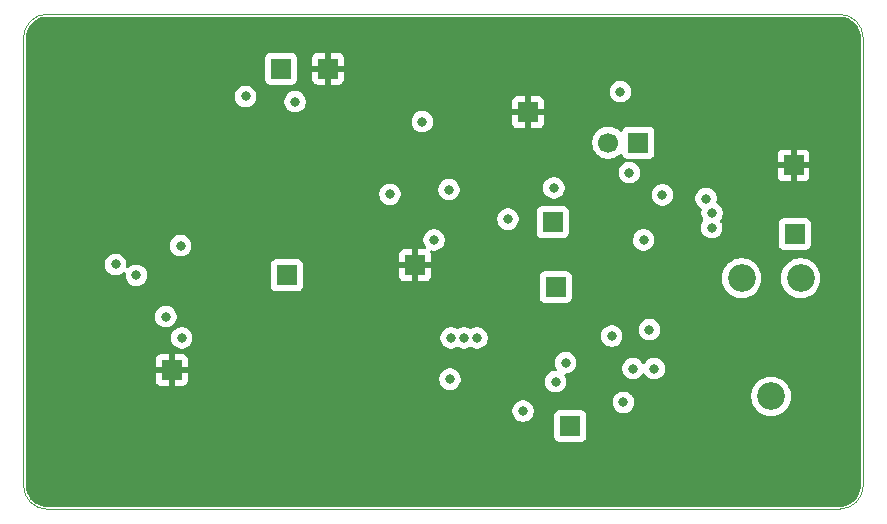
<source format=gbr>
%TF.GenerationSoftware,KiCad,Pcbnew,9.0.4*%
%TF.CreationDate,2025-12-09T22:33:46-05:00*%
%TF.ProjectId,EMG_BCI_PCB,454d475f-4243-4495-9f50-43422e6b6963,rev?*%
%TF.SameCoordinates,Original*%
%TF.FileFunction,Copper,L3,Inr*%
%TF.FilePolarity,Positive*%
%FSLAX46Y46*%
G04 Gerber Fmt 4.6, Leading zero omitted, Abs format (unit mm)*
G04 Created by KiCad (PCBNEW 9.0.4) date 2025-12-09 22:33:46*
%MOMM*%
%LPD*%
G01*
G04 APERTURE LIST*
%TA.AperFunction,ComponentPad*%
%ADD10R,1.700000X1.700000*%
%TD*%
%TA.AperFunction,ComponentPad*%
%ADD11C,1.700000*%
%TD*%
%TA.AperFunction,ComponentPad*%
%ADD12C,2.340000*%
%TD*%
%TA.AperFunction,ViaPad*%
%ADD13C,0.800000*%
%TD*%
%TA.AperFunction,Profile*%
%ADD14C,0.100000*%
%TD*%
G04 APERTURE END LIST*
D10*
%TO.N,Earth*%
%TO.C,TP8*%
X123350000Y-101650000D03*
%TD*%
%TO.N,Net-(U5-PWRGD)*%
%TO.C,TP6*%
X112500000Y-102500000D03*
%TD*%
%TO.N,Net-(U3C-+)*%
%TO.C,TP3*%
X136500000Y-115250000D03*
%TD*%
%TO.N,/EMG_FrontEnd/LP_OUT*%
%TO.C,TP1*%
X135250000Y-103500000D03*
%TD*%
%TO.N,Net-(R1-Pad2)*%
%TO.C,TP2*%
X135000000Y-98000000D03*
%TD*%
%TO.N,/EMG_ADC/AdcCh1*%
%TO.C,J2*%
X142250000Y-91275000D03*
D11*
%TO.N,/EMG_ADC/AdcCh0*%
X139710000Y-91275000D03*
%TD*%
D10*
%TO.N,Earth*%
%TO.C,TP10*%
X155400000Y-93200000D03*
%TD*%
%TO.N,Earth*%
%TO.C,TP9*%
X132900000Y-88700000D03*
%TD*%
%TO.N,Net-(R17-Pad2)*%
%TO.C,TP4*%
X155500000Y-99000000D03*
%TD*%
%TO.N,Net-(C9-Pad2)*%
%TO.C,TP5*%
X112000000Y-85000000D03*
%TD*%
%TO.N,Earth*%
%TO.C,TP7*%
X116000000Y-85000000D03*
%TD*%
D12*
%TO.N,Net-(R17-Pad2)*%
%TO.C,RV1*%
X151000000Y-102750000D03*
%TO.N,Net-(U3C--)*%
X153500000Y-112750000D03*
%TO.N,unconnected-(RV1-Pad3)*%
X156000000Y-102750000D03*
%TD*%
D10*
%TO.N,Earth*%
%TO.C,TP11*%
X102750000Y-110500000D03*
%TD*%
D13*
%TO.N,Net-(U3D--)*%
X143200000Y-107100000D03*
X140000000Y-107650000D03*
%TO.N,Earth*%
X146512500Y-106600000D03*
X133912500Y-117500000D03*
X109900000Y-103400000D03*
X123600000Y-108800000D03*
X121218750Y-97362500D03*
X107750000Y-101500000D03*
X147612500Y-94250000D03*
X141500000Y-99250000D03*
X113500000Y-108800000D03*
%TO.N,Net-(U3D-+)*%
X136100000Y-109900000D03*
%TO.N,Earth*%
X131612500Y-93537500D03*
X147612500Y-92500000D03*
X115000000Y-95137500D03*
X127556250Y-112168750D03*
X125556250Y-89000000D03*
X141806250Y-108693750D03*
X140862500Y-100387500D03*
X115500000Y-108800000D03*
X133612500Y-93537500D03*
X129306250Y-112168750D03*
X107000000Y-85637500D03*
X109000000Y-85637500D03*
X106000000Y-92750000D03*
X122200000Y-104000000D03*
X105137500Y-104000000D03*
X119468750Y-97362500D03*
X143556250Y-108693750D03*
X132500000Y-101200000D03*
X121400000Y-108800000D03*
X119000000Y-87837500D03*
X98000000Y-96500000D03*
X116750000Y-95137500D03*
X119500000Y-108800000D03*
X152612500Y-96250000D03*
X117500000Y-108800000D03*
X115500000Y-102862500D03*
X146250000Y-108337500D03*
X147112500Y-101387500D03*
%TO.N,+3.3V*%
X135100000Y-95100000D03*
X103600000Y-107800000D03*
X142700000Y-99500000D03*
X126300000Y-111300000D03*
X140738500Y-86961500D03*
X113200000Y-87800000D03*
X109000000Y-87362500D03*
X144300000Y-95700000D03*
%TO.N,Net-(U2A-+)*%
X131218750Y-97750000D03*
X123968750Y-89500000D03*
%TO.N,-3V3*%
X128600000Y-107800000D03*
X141800000Y-110400000D03*
X143600000Y-110400000D03*
X127500000Y-107800000D03*
X121218750Y-95637500D03*
X126400000Y-107800000D03*
%TO.N,/SPI_CLK*%
X103500000Y-100000000D03*
X148000000Y-96000000D03*
%TO.N,/SPI_CS*%
X141500000Y-93800000D03*
X99750000Y-102500000D03*
%TO.N,/SPI_DOUT*%
X102250000Y-106000000D03*
X148500000Y-97250000D03*
%TO.N,/SPI_DIN*%
X148469669Y-98469669D03*
X98000000Y-101580000D03*
%TO.N,Net-(U2C-+)*%
X124968750Y-99500000D03*
X126218750Y-95250000D03*
%TO.N,Net-(U3C-+)*%
X132500000Y-114000000D03*
X135250000Y-111500000D03*
%TO.N,Net-(R17-Pad2)*%
X141000000Y-113250000D03*
%TD*%
%TA.AperFunction,Conductor*%
%TO.N,Earth*%
G36*
X159304043Y-80600765D02*
G01*
X159526790Y-80615364D01*
X159542848Y-80617479D01*
X159728875Y-80654482D01*
X159757771Y-80660230D01*
X159773438Y-80664428D01*
X159926569Y-80716409D01*
X159980944Y-80734867D01*
X159995921Y-80741070D01*
X160186791Y-80835196D01*
X160192460Y-80837992D01*
X160206508Y-80846102D01*
X160388712Y-80967848D01*
X160401573Y-80977716D01*
X160506495Y-81069730D01*
X160566328Y-81122202D01*
X160577797Y-81133671D01*
X160688160Y-81259517D01*
X160722280Y-81298423D01*
X160732154Y-81311291D01*
X160853897Y-81493492D01*
X160862007Y-81507539D01*
X160958926Y-81704071D01*
X160965133Y-81719057D01*
X161035571Y-81926561D01*
X161039769Y-81942228D01*
X161082518Y-82157140D01*
X161084636Y-82173221D01*
X161099235Y-82395956D01*
X161099500Y-82404066D01*
X161099500Y-120295933D01*
X161099235Y-120304043D01*
X161084636Y-120526778D01*
X161082518Y-120542859D01*
X161039769Y-120757771D01*
X161035571Y-120773438D01*
X160965133Y-120980942D01*
X160958926Y-120995928D01*
X160862007Y-121192460D01*
X160853897Y-121206507D01*
X160732154Y-121388708D01*
X160722280Y-121401576D01*
X160577797Y-121566328D01*
X160566328Y-121577797D01*
X160401576Y-121722280D01*
X160388708Y-121732154D01*
X160206507Y-121853897D01*
X160192460Y-121862007D01*
X159995928Y-121958926D01*
X159980942Y-121965133D01*
X159773438Y-122035571D01*
X159757771Y-122039769D01*
X159542859Y-122082518D01*
X159526778Y-122084636D01*
X159304043Y-122099235D01*
X159295933Y-122099500D01*
X92204067Y-122099500D01*
X92195957Y-122099235D01*
X91973221Y-122084636D01*
X91957140Y-122082518D01*
X91742228Y-122039769D01*
X91726561Y-122035571D01*
X91519057Y-121965133D01*
X91504071Y-121958926D01*
X91307539Y-121862007D01*
X91293492Y-121853897D01*
X91111291Y-121732154D01*
X91098423Y-121722280D01*
X90933671Y-121577797D01*
X90922202Y-121566328D01*
X90869730Y-121506495D01*
X90777716Y-121401573D01*
X90767845Y-121388708D01*
X90646102Y-121206507D01*
X90637992Y-121192460D01*
X90635196Y-121186791D01*
X90541070Y-120995921D01*
X90534866Y-120980942D01*
X90464428Y-120773438D01*
X90460230Y-120757771D01*
X90448217Y-120697376D01*
X90417479Y-120542848D01*
X90415364Y-120526790D01*
X90400765Y-120304043D01*
X90400500Y-120295933D01*
X90400500Y-113910516D01*
X131591500Y-113910516D01*
X131591500Y-114089483D01*
X131626411Y-114264992D01*
X131626413Y-114265000D01*
X131694896Y-114430332D01*
X131694901Y-114430342D01*
X131794321Y-114579134D01*
X131794324Y-114579138D01*
X131920861Y-114705675D01*
X131920865Y-114705678D01*
X132069657Y-114805098D01*
X132069661Y-114805100D01*
X132069664Y-114805102D01*
X132235000Y-114873587D01*
X132410516Y-114908499D01*
X132410520Y-114908500D01*
X132410521Y-114908500D01*
X132589480Y-114908500D01*
X132589481Y-114908499D01*
X132765000Y-114873587D01*
X132930336Y-114805102D01*
X133079135Y-114705678D01*
X133205678Y-114579135D01*
X133305102Y-114430336D01*
X133337821Y-114351345D01*
X135141500Y-114351345D01*
X135141500Y-116148654D01*
X135148011Y-116209202D01*
X135148011Y-116209204D01*
X135199111Y-116346204D01*
X135286739Y-116463261D01*
X135403796Y-116550889D01*
X135540799Y-116601989D01*
X135568050Y-116604918D01*
X135601345Y-116608499D01*
X135601362Y-116608500D01*
X137398638Y-116608500D01*
X137398654Y-116608499D01*
X137425692Y-116605591D01*
X137459201Y-116601989D01*
X137596204Y-116550889D01*
X137713261Y-116463261D01*
X137800889Y-116346204D01*
X137851989Y-116209201D01*
X137855591Y-116175692D01*
X137858499Y-116148654D01*
X137858500Y-116148637D01*
X137858500Y-114351362D01*
X137858499Y-114351345D01*
X137853041Y-114300586D01*
X137851989Y-114290799D01*
X137842366Y-114265000D01*
X137829522Y-114230564D01*
X137800889Y-114153796D01*
X137713261Y-114036739D01*
X137596204Y-113949111D01*
X137459203Y-113898011D01*
X137398654Y-113891500D01*
X137398638Y-113891500D01*
X135601362Y-113891500D01*
X135601345Y-113891500D01*
X135540797Y-113898011D01*
X135540795Y-113898011D01*
X135403795Y-113949111D01*
X135286739Y-114036739D01*
X135199111Y-114153795D01*
X135148011Y-114290795D01*
X135148011Y-114290797D01*
X135141500Y-114351345D01*
X133337821Y-114351345D01*
X133373587Y-114265000D01*
X133408500Y-114089479D01*
X133408500Y-113910521D01*
X133373587Y-113735000D01*
X133305102Y-113569664D01*
X133305100Y-113569661D01*
X133305098Y-113569657D01*
X133205678Y-113420865D01*
X133205675Y-113420861D01*
X133079138Y-113294324D01*
X133079134Y-113294321D01*
X133024074Y-113257531D01*
X132930342Y-113194901D01*
X132930332Y-113194896D01*
X132847332Y-113160516D01*
X140091500Y-113160516D01*
X140091500Y-113339483D01*
X140126411Y-113514992D01*
X140126413Y-113515000D01*
X140194896Y-113680332D01*
X140194901Y-113680342D01*
X140294321Y-113829134D01*
X140294324Y-113829138D01*
X140420861Y-113955675D01*
X140420865Y-113955678D01*
X140569657Y-114055098D01*
X140569661Y-114055100D01*
X140569664Y-114055102D01*
X140735000Y-114123587D01*
X140886867Y-114153795D01*
X140910516Y-114158499D01*
X140910520Y-114158500D01*
X140910521Y-114158500D01*
X141089480Y-114158500D01*
X141089481Y-114158499D01*
X141265000Y-114123587D01*
X141430336Y-114055102D01*
X141579135Y-113955678D01*
X141705678Y-113829135D01*
X141805102Y-113680336D01*
X141873587Y-113515000D01*
X141908500Y-113339479D01*
X141908500Y-113160521D01*
X141873587Y-112985000D01*
X141805102Y-112819664D01*
X141805100Y-112819661D01*
X141805098Y-112819657D01*
X141728364Y-112704817D01*
X141728363Y-112704816D01*
X141705676Y-112670862D01*
X141674798Y-112639984D01*
X151821500Y-112639984D01*
X151821500Y-112860015D01*
X151850218Y-113078158D01*
X151907167Y-113290694D01*
X151991366Y-113493968D01*
X151991370Y-113493978D01*
X152101379Y-113684521D01*
X152235333Y-113859092D01*
X152390907Y-114014666D01*
X152390911Y-114014669D01*
X152390913Y-114014671D01*
X152532856Y-114123588D01*
X152565478Y-114148620D01*
X152756021Y-114258629D01*
X152756022Y-114258629D01*
X152756025Y-114258631D01*
X152959306Y-114342833D01*
X153171838Y-114399781D01*
X153335448Y-114421320D01*
X153389984Y-114428500D01*
X153389985Y-114428500D01*
X153610016Y-114428500D01*
X153653644Y-114422756D01*
X153828162Y-114399781D01*
X154040694Y-114342833D01*
X154243975Y-114258631D01*
X154425556Y-114153796D01*
X154434521Y-114148620D01*
X154434521Y-114148619D01*
X154434526Y-114148617D01*
X154609087Y-114014671D01*
X154764671Y-113859087D01*
X154898617Y-113684526D01*
X155008631Y-113493975D01*
X155092833Y-113290694D01*
X155149781Y-113078162D01*
X155178500Y-112860015D01*
X155178500Y-112639985D01*
X155149781Y-112421838D01*
X155092833Y-112209306D01*
X155008631Y-112006025D01*
X154964936Y-111930342D01*
X154898620Y-111815478D01*
X154881644Y-111793354D01*
X154764671Y-111640913D01*
X154764669Y-111640911D01*
X154764666Y-111640907D01*
X154609092Y-111485333D01*
X154434521Y-111351379D01*
X154243978Y-111241370D01*
X154243968Y-111241366D01*
X154040694Y-111157167D01*
X153828158Y-111100218D01*
X153610016Y-111071500D01*
X153610015Y-111071500D01*
X153389985Y-111071500D01*
X153389984Y-111071500D01*
X153171841Y-111100218D01*
X152959305Y-111157167D01*
X152756031Y-111241366D01*
X152756021Y-111241370D01*
X152565478Y-111351379D01*
X152390907Y-111485333D01*
X152235333Y-111640907D01*
X152101379Y-111815478D01*
X151991370Y-112006021D01*
X151991366Y-112006031D01*
X151907167Y-112209305D01*
X151850218Y-112421841D01*
X151821500Y-112639984D01*
X141674798Y-112639984D01*
X141579138Y-112544324D01*
X141579134Y-112544321D01*
X141430342Y-112444901D01*
X141430332Y-112444896D01*
X141265000Y-112376413D01*
X141264992Y-112376411D01*
X141089483Y-112341500D01*
X141089479Y-112341500D01*
X140910521Y-112341500D01*
X140910516Y-112341500D01*
X140735007Y-112376411D01*
X140734999Y-112376413D01*
X140569667Y-112444896D01*
X140569657Y-112444901D01*
X140420865Y-112544321D01*
X140420861Y-112544324D01*
X140294324Y-112670861D01*
X140294321Y-112670865D01*
X140194901Y-112819657D01*
X140194896Y-112819667D01*
X140126413Y-112984999D01*
X140126411Y-112985007D01*
X140091500Y-113160516D01*
X132847332Y-113160516D01*
X132765000Y-113126413D01*
X132764992Y-113126411D01*
X132589483Y-113091500D01*
X132589479Y-113091500D01*
X132410521Y-113091500D01*
X132410516Y-113091500D01*
X132235007Y-113126411D01*
X132234999Y-113126413D01*
X132069667Y-113194896D01*
X132069657Y-113194901D01*
X131920865Y-113294321D01*
X131920861Y-113294324D01*
X131794324Y-113420861D01*
X131794321Y-113420865D01*
X131694901Y-113569657D01*
X131694896Y-113569667D01*
X131626413Y-113734999D01*
X131626411Y-113735007D01*
X131591500Y-113910516D01*
X90400500Y-113910516D01*
X90400500Y-109602155D01*
X101400000Y-109602155D01*
X101400000Y-110250000D01*
X102316988Y-110250000D01*
X102284075Y-110307007D01*
X102250000Y-110434174D01*
X102250000Y-110565826D01*
X102284075Y-110692993D01*
X102316988Y-110750000D01*
X101400000Y-110750000D01*
X101400000Y-111397844D01*
X101406401Y-111457372D01*
X101406403Y-111457379D01*
X101456645Y-111592086D01*
X101456649Y-111592093D01*
X101542809Y-111707187D01*
X101542812Y-111707190D01*
X101657906Y-111793350D01*
X101657913Y-111793354D01*
X101792620Y-111843596D01*
X101792627Y-111843598D01*
X101852155Y-111849999D01*
X101852172Y-111850000D01*
X102500000Y-111850000D01*
X102500000Y-110933012D01*
X102557007Y-110965925D01*
X102684174Y-111000000D01*
X102815826Y-111000000D01*
X102942993Y-110965925D01*
X103000000Y-110933012D01*
X103000000Y-111850000D01*
X103647828Y-111850000D01*
X103647844Y-111849999D01*
X103707372Y-111843598D01*
X103707379Y-111843596D01*
X103842086Y-111793354D01*
X103842093Y-111793350D01*
X103957187Y-111707190D01*
X103957190Y-111707187D01*
X104043350Y-111592093D01*
X104043354Y-111592086D01*
X104093596Y-111457379D01*
X104093598Y-111457372D01*
X104099999Y-111397844D01*
X104100000Y-111397827D01*
X104100000Y-111210516D01*
X125391500Y-111210516D01*
X125391500Y-111389483D01*
X125426411Y-111564992D01*
X125426413Y-111565000D01*
X125494896Y-111730332D01*
X125494901Y-111730342D01*
X125594321Y-111879134D01*
X125594324Y-111879138D01*
X125720861Y-112005675D01*
X125720865Y-112005678D01*
X125869657Y-112105098D01*
X125869661Y-112105100D01*
X125869664Y-112105102D01*
X126035000Y-112173587D01*
X126196319Y-112205675D01*
X126210516Y-112208499D01*
X126210520Y-112208500D01*
X126210521Y-112208500D01*
X126389480Y-112208500D01*
X126389481Y-112208499D01*
X126565000Y-112173587D01*
X126730336Y-112105102D01*
X126879135Y-112005678D01*
X127005678Y-111879135D01*
X127105102Y-111730336D01*
X127173587Y-111565000D01*
X127204315Y-111410516D01*
X134341500Y-111410516D01*
X134341500Y-111589483D01*
X134376411Y-111764992D01*
X134376413Y-111765000D01*
X134444896Y-111930332D01*
X134444901Y-111930342D01*
X134544321Y-112079134D01*
X134544324Y-112079138D01*
X134670861Y-112205675D01*
X134670865Y-112205678D01*
X134819657Y-112305098D01*
X134819661Y-112305100D01*
X134819664Y-112305102D01*
X134985000Y-112373587D01*
X135160516Y-112408499D01*
X135160520Y-112408500D01*
X135160521Y-112408500D01*
X135339480Y-112408500D01*
X135339481Y-112408499D01*
X135515000Y-112373587D01*
X135680336Y-112305102D01*
X135829135Y-112205678D01*
X135955678Y-112079135D01*
X136055102Y-111930336D01*
X136123587Y-111765000D01*
X136158500Y-111589479D01*
X136158500Y-111410521D01*
X136123587Y-111235000D01*
X136055102Y-111069664D01*
X136055100Y-111069661D01*
X136055098Y-111069657D01*
X136009484Y-111001391D01*
X135988606Y-110934713D01*
X136007091Y-110867333D01*
X136059069Y-110820643D01*
X136112586Y-110808500D01*
X136189480Y-110808500D01*
X136189481Y-110808499D01*
X136365000Y-110773587D01*
X136530336Y-110705102D01*
X136679135Y-110605678D01*
X136805678Y-110479135D01*
X136905102Y-110330336D01*
X136913312Y-110310516D01*
X140891500Y-110310516D01*
X140891500Y-110489483D01*
X140926411Y-110664992D01*
X140926413Y-110665000D01*
X140994896Y-110830332D01*
X140994901Y-110830342D01*
X141094321Y-110979134D01*
X141094324Y-110979138D01*
X141220861Y-111105675D01*
X141220865Y-111105678D01*
X141369657Y-111205098D01*
X141369661Y-111205100D01*
X141369664Y-111205102D01*
X141535000Y-111273587D01*
X141710516Y-111308499D01*
X141710520Y-111308500D01*
X141710521Y-111308500D01*
X141889480Y-111308500D01*
X141889481Y-111308499D01*
X142065000Y-111273587D01*
X142230336Y-111205102D01*
X142379135Y-111105678D01*
X142505678Y-110979135D01*
X142578829Y-110869657D01*
X142596898Y-110842615D01*
X142650510Y-110797810D01*
X142719835Y-110789103D01*
X142782862Y-110819257D01*
X142803102Y-110842615D01*
X142894321Y-110979134D01*
X142894324Y-110979138D01*
X143020861Y-111105675D01*
X143020865Y-111105678D01*
X143169657Y-111205098D01*
X143169661Y-111205100D01*
X143169664Y-111205102D01*
X143335000Y-111273587D01*
X143510516Y-111308499D01*
X143510520Y-111308500D01*
X143510521Y-111308500D01*
X143689480Y-111308500D01*
X143689481Y-111308499D01*
X143865000Y-111273587D01*
X144030336Y-111205102D01*
X144179135Y-111105678D01*
X144305678Y-110979135D01*
X144405102Y-110830336D01*
X144473587Y-110665000D01*
X144508500Y-110489479D01*
X144508500Y-110310521D01*
X144473587Y-110135000D01*
X144405102Y-109969664D01*
X144405100Y-109969661D01*
X144405098Y-109969657D01*
X144305678Y-109820865D01*
X144305675Y-109820861D01*
X144179138Y-109694324D01*
X144179134Y-109694321D01*
X144030342Y-109594901D01*
X144030332Y-109594896D01*
X143865000Y-109526413D01*
X143864992Y-109526411D01*
X143689483Y-109491500D01*
X143689479Y-109491500D01*
X143510521Y-109491500D01*
X143510516Y-109491500D01*
X143335007Y-109526411D01*
X143334999Y-109526413D01*
X143169667Y-109594896D01*
X143169657Y-109594901D01*
X143020865Y-109694321D01*
X143020861Y-109694324D01*
X142894324Y-109820861D01*
X142894321Y-109820865D01*
X142803102Y-109957384D01*
X142749490Y-110002189D01*
X142680165Y-110010896D01*
X142617137Y-109980741D01*
X142596898Y-109957384D01*
X142505678Y-109820865D01*
X142505675Y-109820861D01*
X142379138Y-109694324D01*
X142379134Y-109694321D01*
X142230342Y-109594901D01*
X142230332Y-109594896D01*
X142065000Y-109526413D01*
X142064992Y-109526411D01*
X141889483Y-109491500D01*
X141889479Y-109491500D01*
X141710521Y-109491500D01*
X141710516Y-109491500D01*
X141535007Y-109526411D01*
X141534999Y-109526413D01*
X141369667Y-109594896D01*
X141369657Y-109594901D01*
X141220865Y-109694321D01*
X141220861Y-109694324D01*
X141094324Y-109820861D01*
X141094321Y-109820865D01*
X140994901Y-109969657D01*
X140994896Y-109969667D01*
X140926413Y-110134999D01*
X140926411Y-110135007D01*
X140891500Y-110310516D01*
X136913312Y-110310516D01*
X136973587Y-110165000D01*
X137008500Y-109989479D01*
X137008500Y-109810521D01*
X136973587Y-109635000D01*
X136905102Y-109469664D01*
X136905100Y-109469661D01*
X136905098Y-109469657D01*
X136805678Y-109320865D01*
X136805675Y-109320861D01*
X136679138Y-109194324D01*
X136679134Y-109194321D01*
X136530342Y-109094901D01*
X136530332Y-109094896D01*
X136365000Y-109026413D01*
X136364992Y-109026411D01*
X136189483Y-108991500D01*
X136189479Y-108991500D01*
X136010521Y-108991500D01*
X136010516Y-108991500D01*
X135835007Y-109026411D01*
X135834999Y-109026413D01*
X135669667Y-109094896D01*
X135669657Y-109094901D01*
X135520865Y-109194321D01*
X135520861Y-109194324D01*
X135394324Y-109320861D01*
X135394321Y-109320865D01*
X135294901Y-109469657D01*
X135294896Y-109469667D01*
X135226413Y-109634999D01*
X135226411Y-109635007D01*
X135191500Y-109810516D01*
X135191500Y-109989483D01*
X135226411Y-110164992D01*
X135226413Y-110165000D01*
X135294896Y-110330332D01*
X135294901Y-110330342D01*
X135340516Y-110398609D01*
X135361394Y-110465287D01*
X135342909Y-110532667D01*
X135290931Y-110579357D01*
X135237414Y-110591500D01*
X135160516Y-110591500D01*
X134985007Y-110626411D01*
X134984999Y-110626413D01*
X134819667Y-110694896D01*
X134819657Y-110694901D01*
X134670865Y-110794321D01*
X134670861Y-110794324D01*
X134544324Y-110920861D01*
X134544321Y-110920865D01*
X134444901Y-111069657D01*
X134444896Y-111069667D01*
X134376413Y-111234999D01*
X134376411Y-111235007D01*
X134341500Y-111410516D01*
X127204315Y-111410516D01*
X127206836Y-111397844D01*
X127208500Y-111389481D01*
X127208500Y-111210520D01*
X127208499Y-111210516D01*
X127197887Y-111157167D01*
X127173587Y-111035000D01*
X127105102Y-110869664D01*
X127105100Y-110869661D01*
X127105098Y-110869657D01*
X127005678Y-110720865D01*
X127005675Y-110720861D01*
X126879137Y-110594323D01*
X126879134Y-110594321D01*
X126730342Y-110494901D01*
X126730332Y-110494896D01*
X126565000Y-110426413D01*
X126564992Y-110426411D01*
X126389483Y-110391500D01*
X126389479Y-110391500D01*
X126210521Y-110391500D01*
X126210516Y-110391500D01*
X126035007Y-110426411D01*
X126034999Y-110426413D01*
X125869667Y-110494896D01*
X125869657Y-110494901D01*
X125720865Y-110594321D01*
X125720863Y-110594323D01*
X125594324Y-110720861D01*
X125594321Y-110720865D01*
X125494901Y-110869657D01*
X125494896Y-110869667D01*
X125426413Y-111034999D01*
X125426411Y-111035007D01*
X125391500Y-111210516D01*
X104100000Y-111210516D01*
X104100000Y-110750000D01*
X103183012Y-110750000D01*
X103215925Y-110692993D01*
X103250000Y-110565826D01*
X103250000Y-110434174D01*
X103215925Y-110307007D01*
X103183012Y-110250000D01*
X104100000Y-110250000D01*
X104100000Y-109602172D01*
X104099999Y-109602155D01*
X104093598Y-109542627D01*
X104093596Y-109542620D01*
X104043354Y-109407913D01*
X104043350Y-109407906D01*
X103957190Y-109292812D01*
X103957187Y-109292809D01*
X103842093Y-109206649D01*
X103842086Y-109206645D01*
X103707379Y-109156403D01*
X103707372Y-109156401D01*
X103647844Y-109150000D01*
X103000000Y-109150000D01*
X103000000Y-110066988D01*
X102942993Y-110034075D01*
X102815826Y-110000000D01*
X102684174Y-110000000D01*
X102557007Y-110034075D01*
X102500000Y-110066988D01*
X102500000Y-109150000D01*
X101852155Y-109150000D01*
X101792627Y-109156401D01*
X101792620Y-109156403D01*
X101657913Y-109206645D01*
X101657906Y-109206649D01*
X101542812Y-109292809D01*
X101542809Y-109292812D01*
X101456649Y-109407906D01*
X101456645Y-109407913D01*
X101406403Y-109542620D01*
X101406401Y-109542627D01*
X101400000Y-109602155D01*
X90400500Y-109602155D01*
X90400500Y-107710516D01*
X102691500Y-107710516D01*
X102691500Y-107889483D01*
X102726411Y-108064992D01*
X102726413Y-108065000D01*
X102794896Y-108230332D01*
X102794901Y-108230342D01*
X102894321Y-108379134D01*
X102894324Y-108379138D01*
X103020861Y-108505675D01*
X103020865Y-108505678D01*
X103169657Y-108605098D01*
X103169661Y-108605100D01*
X103169664Y-108605102D01*
X103335000Y-108673587D01*
X103510516Y-108708499D01*
X103510520Y-108708500D01*
X103510521Y-108708500D01*
X103689480Y-108708500D01*
X103689481Y-108708499D01*
X103865000Y-108673587D01*
X104030336Y-108605102D01*
X104179135Y-108505678D01*
X104305678Y-108379135D01*
X104405102Y-108230336D01*
X104473587Y-108065000D01*
X104508500Y-107889479D01*
X104508500Y-107710521D01*
X104508499Y-107710516D01*
X125491500Y-107710516D01*
X125491500Y-107889483D01*
X125526411Y-108064992D01*
X125526413Y-108065000D01*
X125594896Y-108230332D01*
X125594901Y-108230342D01*
X125694321Y-108379134D01*
X125694324Y-108379138D01*
X125820861Y-108505675D01*
X125820865Y-108505678D01*
X125969657Y-108605098D01*
X125969661Y-108605100D01*
X125969664Y-108605102D01*
X126135000Y-108673587D01*
X126310516Y-108708499D01*
X126310520Y-108708500D01*
X126310521Y-108708500D01*
X126489480Y-108708500D01*
X126489481Y-108708499D01*
X126665000Y-108673587D01*
X126830336Y-108605102D01*
X126881108Y-108571176D01*
X126947785Y-108550298D01*
X127015165Y-108568782D01*
X127018892Y-108571177D01*
X127069656Y-108605097D01*
X127069658Y-108605098D01*
X127069664Y-108605102D01*
X127235000Y-108673587D01*
X127410516Y-108708499D01*
X127410520Y-108708500D01*
X127410521Y-108708500D01*
X127589480Y-108708500D01*
X127589481Y-108708499D01*
X127765000Y-108673587D01*
X127930336Y-108605102D01*
X127981108Y-108571176D01*
X128047785Y-108550298D01*
X128115165Y-108568782D01*
X128118892Y-108571177D01*
X128169656Y-108605097D01*
X128169658Y-108605098D01*
X128169664Y-108605102D01*
X128335000Y-108673587D01*
X128510516Y-108708499D01*
X128510520Y-108708500D01*
X128510521Y-108708500D01*
X128689480Y-108708500D01*
X128689481Y-108708499D01*
X128865000Y-108673587D01*
X129030336Y-108605102D01*
X129179135Y-108505678D01*
X129305678Y-108379135D01*
X129405102Y-108230336D01*
X129473587Y-108065000D01*
X129508500Y-107889479D01*
X129508500Y-107710521D01*
X129502257Y-107679134D01*
X129482264Y-107578620D01*
X129478663Y-107560516D01*
X139091500Y-107560516D01*
X139091500Y-107739483D01*
X139126411Y-107914992D01*
X139126413Y-107915000D01*
X139194896Y-108080332D01*
X139194901Y-108080342D01*
X139294321Y-108229134D01*
X139294324Y-108229138D01*
X139420861Y-108355675D01*
X139420865Y-108355678D01*
X139569657Y-108455098D01*
X139569661Y-108455100D01*
X139569664Y-108455102D01*
X139735000Y-108523587D01*
X139910516Y-108558499D01*
X139910520Y-108558500D01*
X139910521Y-108558500D01*
X140089480Y-108558500D01*
X140089481Y-108558499D01*
X140265000Y-108523587D01*
X140430336Y-108455102D01*
X140579135Y-108355678D01*
X140705678Y-108229135D01*
X140805102Y-108080336D01*
X140873587Y-107915000D01*
X140908500Y-107739479D01*
X140908500Y-107560521D01*
X140873587Y-107385000D01*
X140805102Y-107219664D01*
X140805100Y-107219661D01*
X140805098Y-107219657D01*
X140707319Y-107073320D01*
X140705679Y-107070866D01*
X140705675Y-107070861D01*
X140645330Y-107010516D01*
X142291500Y-107010516D01*
X142291500Y-107189483D01*
X142326411Y-107364992D01*
X142326413Y-107365000D01*
X142394896Y-107530332D01*
X142394901Y-107530342D01*
X142494321Y-107679134D01*
X142494324Y-107679138D01*
X142620861Y-107805675D01*
X142620865Y-107805678D01*
X142769657Y-107905098D01*
X142769661Y-107905100D01*
X142769664Y-107905102D01*
X142935000Y-107973587D01*
X143110516Y-108008499D01*
X143110520Y-108008500D01*
X143110521Y-108008500D01*
X143289480Y-108008500D01*
X143289481Y-108008499D01*
X143465000Y-107973587D01*
X143630336Y-107905102D01*
X143779135Y-107805678D01*
X143905678Y-107679135D01*
X144005102Y-107530336D01*
X144073587Y-107365000D01*
X144108500Y-107189479D01*
X144108500Y-107010521D01*
X144073587Y-106835000D01*
X144005102Y-106669664D01*
X144005100Y-106669661D01*
X144005098Y-106669657D01*
X143905678Y-106520865D01*
X143905675Y-106520861D01*
X143779138Y-106394324D01*
X143779134Y-106394321D01*
X143630342Y-106294901D01*
X143630332Y-106294896D01*
X143465000Y-106226413D01*
X143464992Y-106226411D01*
X143289483Y-106191500D01*
X143289479Y-106191500D01*
X143110521Y-106191500D01*
X143110516Y-106191500D01*
X142935007Y-106226411D01*
X142934999Y-106226413D01*
X142769667Y-106294896D01*
X142769657Y-106294901D01*
X142620865Y-106394321D01*
X142620861Y-106394324D01*
X142494324Y-106520861D01*
X142494321Y-106520865D01*
X142394901Y-106669657D01*
X142394896Y-106669667D01*
X142326413Y-106834999D01*
X142326411Y-106835007D01*
X142291500Y-107010516D01*
X140645330Y-107010516D01*
X140579138Y-106944324D01*
X140579134Y-106944321D01*
X140430342Y-106844901D01*
X140430332Y-106844896D01*
X140265000Y-106776413D01*
X140264992Y-106776411D01*
X140089483Y-106741500D01*
X140089479Y-106741500D01*
X139910521Y-106741500D01*
X139910516Y-106741500D01*
X139735007Y-106776411D01*
X139734999Y-106776413D01*
X139569667Y-106844896D01*
X139569657Y-106844901D01*
X139420865Y-106944321D01*
X139420861Y-106944324D01*
X139294324Y-107070861D01*
X139294321Y-107070865D01*
X139194901Y-107219657D01*
X139194896Y-107219667D01*
X139126413Y-107384999D01*
X139126411Y-107385007D01*
X139091500Y-107560516D01*
X129478663Y-107560516D01*
X129473588Y-107535007D01*
X129473587Y-107535000D01*
X129405102Y-107369664D01*
X129405100Y-107369661D01*
X129405098Y-107369657D01*
X129305678Y-107220865D01*
X129305675Y-107220861D01*
X129179138Y-107094324D01*
X129179134Y-107094321D01*
X129030342Y-106994901D01*
X129030332Y-106994896D01*
X128865000Y-106926413D01*
X128864992Y-106926411D01*
X128689483Y-106891500D01*
X128689479Y-106891500D01*
X128510521Y-106891500D01*
X128510516Y-106891500D01*
X128335007Y-106926411D01*
X128334999Y-106926413D01*
X128169662Y-106994898D01*
X128118889Y-107028823D01*
X128052211Y-107049700D01*
X127984831Y-107031214D01*
X127981111Y-107028823D01*
X127930337Y-106994898D01*
X127765000Y-106926413D01*
X127764992Y-106926411D01*
X127589483Y-106891500D01*
X127589479Y-106891500D01*
X127410521Y-106891500D01*
X127410516Y-106891500D01*
X127235007Y-106926411D01*
X127234999Y-106926413D01*
X127069662Y-106994898D01*
X127018889Y-107028823D01*
X126952211Y-107049700D01*
X126884831Y-107031214D01*
X126881111Y-107028823D01*
X126830337Y-106994898D01*
X126665000Y-106926413D01*
X126664992Y-106926411D01*
X126489483Y-106891500D01*
X126489479Y-106891500D01*
X126310521Y-106891500D01*
X126310516Y-106891500D01*
X126135007Y-106926411D01*
X126134999Y-106926413D01*
X125969667Y-106994896D01*
X125969657Y-106994901D01*
X125820865Y-107094321D01*
X125820861Y-107094324D01*
X125694324Y-107220861D01*
X125694321Y-107220865D01*
X125594901Y-107369657D01*
X125594896Y-107369667D01*
X125526413Y-107534999D01*
X125526411Y-107535007D01*
X125491500Y-107710516D01*
X104508499Y-107710516D01*
X104473587Y-107535000D01*
X104405102Y-107369664D01*
X104405100Y-107369661D01*
X104405098Y-107369657D01*
X104305678Y-107220865D01*
X104305675Y-107220861D01*
X104179138Y-107094324D01*
X104179134Y-107094321D01*
X104030342Y-106994901D01*
X104030332Y-106994896D01*
X103865000Y-106926413D01*
X103864992Y-106926411D01*
X103689483Y-106891500D01*
X103689479Y-106891500D01*
X103510521Y-106891500D01*
X103510516Y-106891500D01*
X103335007Y-106926411D01*
X103334999Y-106926413D01*
X103169667Y-106994896D01*
X103169657Y-106994901D01*
X103020865Y-107094321D01*
X103020861Y-107094324D01*
X102894324Y-107220861D01*
X102894321Y-107220865D01*
X102794901Y-107369657D01*
X102794896Y-107369667D01*
X102726413Y-107534999D01*
X102726411Y-107535007D01*
X102691500Y-107710516D01*
X90400500Y-107710516D01*
X90400500Y-105910516D01*
X101341500Y-105910516D01*
X101341500Y-106089483D01*
X101376411Y-106264992D01*
X101376413Y-106265000D01*
X101444896Y-106430332D01*
X101444901Y-106430342D01*
X101544321Y-106579134D01*
X101544324Y-106579138D01*
X101670861Y-106705675D01*
X101670865Y-106705678D01*
X101819657Y-106805098D01*
X101819661Y-106805100D01*
X101819664Y-106805102D01*
X101985000Y-106873587D01*
X102075056Y-106891500D01*
X102160516Y-106908499D01*
X102160520Y-106908500D01*
X102160521Y-106908500D01*
X102339480Y-106908500D01*
X102339481Y-106908499D01*
X102515000Y-106873587D01*
X102680336Y-106805102D01*
X102829135Y-106705678D01*
X102955678Y-106579135D01*
X103055102Y-106430336D01*
X103123587Y-106265000D01*
X103158500Y-106089479D01*
X103158500Y-105910521D01*
X103123587Y-105735000D01*
X103055102Y-105569664D01*
X103055100Y-105569661D01*
X103055098Y-105569657D01*
X102955678Y-105420865D01*
X102955675Y-105420861D01*
X102829138Y-105294324D01*
X102829134Y-105294321D01*
X102680342Y-105194901D01*
X102680332Y-105194896D01*
X102515000Y-105126413D01*
X102514992Y-105126411D01*
X102339483Y-105091500D01*
X102339479Y-105091500D01*
X102160521Y-105091500D01*
X102160516Y-105091500D01*
X101985007Y-105126411D01*
X101984999Y-105126413D01*
X101819667Y-105194896D01*
X101819657Y-105194901D01*
X101670865Y-105294321D01*
X101670861Y-105294324D01*
X101544324Y-105420861D01*
X101544321Y-105420865D01*
X101444901Y-105569657D01*
X101444896Y-105569667D01*
X101376413Y-105734999D01*
X101376411Y-105735007D01*
X101341500Y-105910516D01*
X90400500Y-105910516D01*
X90400500Y-101490516D01*
X97091500Y-101490516D01*
X97091500Y-101669483D01*
X97126411Y-101844992D01*
X97126413Y-101845000D01*
X97194896Y-102010332D01*
X97194901Y-102010342D01*
X97294321Y-102159134D01*
X97294324Y-102159138D01*
X97420861Y-102285675D01*
X97420865Y-102285678D01*
X97569657Y-102385098D01*
X97569661Y-102385100D01*
X97569664Y-102385102D01*
X97735000Y-102453587D01*
X97910516Y-102488499D01*
X97910520Y-102488500D01*
X97910521Y-102488500D01*
X98089480Y-102488500D01*
X98089481Y-102488499D01*
X98265000Y-102453587D01*
X98430336Y-102385102D01*
X98579135Y-102285678D01*
X98648599Y-102216213D01*
X98709920Y-102182730D01*
X98779612Y-102187714D01*
X98835546Y-102229585D01*
X98859963Y-102295049D01*
X98857897Y-102328086D01*
X98841500Y-102410522D01*
X98841500Y-102589483D01*
X98876411Y-102764992D01*
X98876413Y-102765000D01*
X98944896Y-102930332D01*
X98944901Y-102930342D01*
X99044321Y-103079134D01*
X99044324Y-103079138D01*
X99170861Y-103205675D01*
X99170865Y-103205678D01*
X99319657Y-103305098D01*
X99319661Y-103305100D01*
X99319664Y-103305102D01*
X99485000Y-103373587D01*
X99660516Y-103408499D01*
X99660520Y-103408500D01*
X99660521Y-103408500D01*
X99839480Y-103408500D01*
X99839481Y-103408499D01*
X100015000Y-103373587D01*
X100180336Y-103305102D01*
X100329135Y-103205678D01*
X100455678Y-103079135D01*
X100555102Y-102930336D01*
X100623587Y-102765000D01*
X100658500Y-102589479D01*
X100658500Y-102410521D01*
X100623587Y-102235000D01*
X100555102Y-102069664D01*
X100555100Y-102069661D01*
X100555098Y-102069657D01*
X100455678Y-101920865D01*
X100455675Y-101920861D01*
X100329135Y-101794321D01*
X100189731Y-101701175D01*
X100189682Y-101701143D01*
X100180336Y-101694898D01*
X100180332Y-101694896D01*
X100015000Y-101626413D01*
X100014992Y-101626411D01*
X99888977Y-101601345D01*
X111141500Y-101601345D01*
X111141500Y-103398654D01*
X111148011Y-103459202D01*
X111148011Y-103459204D01*
X111199111Y-103596204D01*
X111286739Y-103713261D01*
X111403796Y-103800889D01*
X111540799Y-103851989D01*
X111568050Y-103854918D01*
X111601345Y-103858499D01*
X111601362Y-103858500D01*
X113398638Y-103858500D01*
X113398654Y-103858499D01*
X113425692Y-103855591D01*
X113459201Y-103851989D01*
X113596204Y-103800889D01*
X113713261Y-103713261D01*
X113800889Y-103596204D01*
X113851989Y-103459201D01*
X113857440Y-103408499D01*
X113858499Y-103398654D01*
X113858500Y-103398637D01*
X113858500Y-101601362D01*
X113858499Y-101601345D01*
X113855157Y-101570270D01*
X113851989Y-101540799D01*
X113800889Y-101403796D01*
X113713261Y-101286739D01*
X113596204Y-101199111D01*
X113459203Y-101148011D01*
X113398654Y-101141500D01*
X113398638Y-101141500D01*
X111601362Y-101141500D01*
X111601345Y-101141500D01*
X111540797Y-101148011D01*
X111540795Y-101148011D01*
X111403795Y-101199111D01*
X111286739Y-101286739D01*
X111199111Y-101403795D01*
X111148011Y-101540795D01*
X111148011Y-101540797D01*
X111141500Y-101601345D01*
X99888977Y-101601345D01*
X99839483Y-101591500D01*
X99839479Y-101591500D01*
X99660521Y-101591500D01*
X99660516Y-101591500D01*
X99485007Y-101626411D01*
X99484999Y-101626413D01*
X99319667Y-101694896D01*
X99319657Y-101694901D01*
X99170865Y-101794321D01*
X99101401Y-101863785D01*
X99040077Y-101897269D01*
X98970386Y-101892284D01*
X98914452Y-101850413D01*
X98890036Y-101784948D01*
X98892103Y-101751911D01*
X98902195Y-101701175D01*
X98908500Y-101669479D01*
X98908500Y-101490521D01*
X98873587Y-101315000D01*
X98805102Y-101149664D01*
X98805100Y-101149661D01*
X98805098Y-101149657D01*
X98705678Y-101000865D01*
X98705675Y-101000861D01*
X98579138Y-100874324D01*
X98579134Y-100874321D01*
X98430342Y-100774901D01*
X98430332Y-100774896D01*
X98265000Y-100706413D01*
X98264992Y-100706411D01*
X98089483Y-100671500D01*
X98089479Y-100671500D01*
X97910521Y-100671500D01*
X97910516Y-100671500D01*
X97735007Y-100706411D01*
X97734999Y-100706413D01*
X97569667Y-100774896D01*
X97569657Y-100774901D01*
X97420865Y-100874321D01*
X97420861Y-100874324D01*
X97294324Y-101000861D01*
X97294321Y-101000865D01*
X97194901Y-101149657D01*
X97194896Y-101149667D01*
X97126413Y-101314999D01*
X97126411Y-101315007D01*
X97091500Y-101490516D01*
X90400500Y-101490516D01*
X90400500Y-99910516D01*
X102591500Y-99910516D01*
X102591500Y-100089483D01*
X102626411Y-100264992D01*
X102626413Y-100265000D01*
X102694896Y-100430332D01*
X102694901Y-100430342D01*
X102794321Y-100579134D01*
X102794324Y-100579138D01*
X102920861Y-100705675D01*
X102920865Y-100705678D01*
X103069657Y-100805098D01*
X103069661Y-100805100D01*
X103069664Y-100805102D01*
X103235000Y-100873587D01*
X103410516Y-100908499D01*
X103410520Y-100908500D01*
X103410521Y-100908500D01*
X103589480Y-100908500D01*
X103589481Y-100908499D01*
X103765000Y-100873587D01*
X103930336Y-100805102D01*
X104009577Y-100752155D01*
X122000000Y-100752155D01*
X122000000Y-101400000D01*
X122916988Y-101400000D01*
X122884075Y-101457007D01*
X122850000Y-101584174D01*
X122850000Y-101715826D01*
X122884075Y-101842993D01*
X122916988Y-101900000D01*
X122000000Y-101900000D01*
X122000000Y-102547844D01*
X122006401Y-102607372D01*
X122006403Y-102607379D01*
X122056645Y-102742086D01*
X122056649Y-102742093D01*
X122142809Y-102857187D01*
X122142812Y-102857190D01*
X122257906Y-102943350D01*
X122257913Y-102943354D01*
X122392620Y-102993596D01*
X122392627Y-102993598D01*
X122452155Y-102999999D01*
X122452172Y-103000000D01*
X123100000Y-103000000D01*
X123100000Y-102083012D01*
X123157007Y-102115925D01*
X123284174Y-102150000D01*
X123415826Y-102150000D01*
X123542993Y-102115925D01*
X123600000Y-102083012D01*
X123600000Y-103000000D01*
X124247828Y-103000000D01*
X124247844Y-102999999D01*
X124307372Y-102993598D01*
X124307379Y-102993596D01*
X124442086Y-102943354D01*
X124442093Y-102943350D01*
X124557187Y-102857190D01*
X124557190Y-102857187D01*
X124643350Y-102742093D01*
X124643354Y-102742086D01*
X124693596Y-102607379D01*
X124693598Y-102607372D01*
X124694246Y-102601345D01*
X133891500Y-102601345D01*
X133891500Y-104398654D01*
X133898011Y-104459202D01*
X133898011Y-104459204D01*
X133949111Y-104596204D01*
X134036739Y-104713261D01*
X134153796Y-104800889D01*
X134290799Y-104851989D01*
X134318050Y-104854918D01*
X134351345Y-104858499D01*
X134351362Y-104858500D01*
X136148638Y-104858500D01*
X136148654Y-104858499D01*
X136175692Y-104855591D01*
X136209201Y-104851989D01*
X136346204Y-104800889D01*
X136463261Y-104713261D01*
X136550889Y-104596204D01*
X136601989Y-104459201D01*
X136605591Y-104425692D01*
X136608499Y-104398654D01*
X136608500Y-104398637D01*
X136608500Y-102639984D01*
X149321500Y-102639984D01*
X149321500Y-102860015D01*
X149332471Y-102943354D01*
X149350219Y-103078162D01*
X149350480Y-103079135D01*
X149407167Y-103290694D01*
X149491366Y-103493968D01*
X149491370Y-103493978D01*
X149601379Y-103684521D01*
X149601383Y-103684526D01*
X149729882Y-103851989D01*
X149735333Y-103859092D01*
X149890907Y-104014666D01*
X149890911Y-104014669D01*
X149890913Y-104014671D01*
X150065474Y-104148617D01*
X150065478Y-104148620D01*
X150256021Y-104258629D01*
X150256022Y-104258629D01*
X150256025Y-104258631D01*
X150459306Y-104342833D01*
X150671838Y-104399781D01*
X150835448Y-104421320D01*
X150889984Y-104428500D01*
X150889985Y-104428500D01*
X151110016Y-104428500D01*
X151153644Y-104422756D01*
X151328162Y-104399781D01*
X151540694Y-104342833D01*
X151743975Y-104258631D01*
X151934526Y-104148617D01*
X152109087Y-104014671D01*
X152264671Y-103859087D01*
X152398617Y-103684526D01*
X152508631Y-103493975D01*
X152592833Y-103290694D01*
X152649781Y-103078162D01*
X152678500Y-102860015D01*
X152678500Y-102639985D01*
X152678500Y-102639984D01*
X154321500Y-102639984D01*
X154321500Y-102860015D01*
X154332471Y-102943354D01*
X154350219Y-103078162D01*
X154350480Y-103079135D01*
X154407167Y-103290694D01*
X154491366Y-103493968D01*
X154491370Y-103493978D01*
X154601379Y-103684521D01*
X154601383Y-103684526D01*
X154729882Y-103851989D01*
X154735333Y-103859092D01*
X154890907Y-104014666D01*
X154890911Y-104014669D01*
X154890913Y-104014671D01*
X155065474Y-104148617D01*
X155065478Y-104148620D01*
X155256021Y-104258629D01*
X155256022Y-104258629D01*
X155256025Y-104258631D01*
X155459306Y-104342833D01*
X155671838Y-104399781D01*
X155835448Y-104421320D01*
X155889984Y-104428500D01*
X155889985Y-104428500D01*
X156110016Y-104428500D01*
X156153644Y-104422756D01*
X156328162Y-104399781D01*
X156540694Y-104342833D01*
X156743975Y-104258631D01*
X156934526Y-104148617D01*
X157109087Y-104014671D01*
X157264671Y-103859087D01*
X157398617Y-103684526D01*
X157508631Y-103493975D01*
X157592833Y-103290694D01*
X157649781Y-103078162D01*
X157678500Y-102860015D01*
X157678500Y-102639985D01*
X157649781Y-102421838D01*
X157592833Y-102209306D01*
X157508631Y-102006025D01*
X157480331Y-101957007D01*
X157398620Y-101815478D01*
X157310887Y-101701143D01*
X157264671Y-101640913D01*
X157264669Y-101640911D01*
X157264666Y-101640907D01*
X157109092Y-101485333D01*
X156934521Y-101351379D01*
X156743978Y-101241370D01*
X156743968Y-101241366D01*
X156540694Y-101157167D01*
X156512704Y-101149667D01*
X156328162Y-101100219D01*
X156328161Y-101100218D01*
X156328158Y-101100218D01*
X156110016Y-101071500D01*
X156110015Y-101071500D01*
X155889985Y-101071500D01*
X155889984Y-101071500D01*
X155671841Y-101100218D01*
X155459305Y-101157167D01*
X155256031Y-101241366D01*
X155256021Y-101241370D01*
X155065478Y-101351379D01*
X154890907Y-101485333D01*
X154735333Y-101640907D01*
X154601379Y-101815478D01*
X154491370Y-102006021D01*
X154491366Y-102006031D01*
X154407167Y-102209305D01*
X154350218Y-102421841D01*
X154321500Y-102639984D01*
X152678500Y-102639984D01*
X152649781Y-102421838D01*
X152592833Y-102209306D01*
X152508631Y-102006025D01*
X152480331Y-101957007D01*
X152398620Y-101815478D01*
X152310887Y-101701143D01*
X152264671Y-101640913D01*
X152264669Y-101640911D01*
X152264666Y-101640907D01*
X152109092Y-101485333D01*
X151934521Y-101351379D01*
X151743978Y-101241370D01*
X151743968Y-101241366D01*
X151540694Y-101157167D01*
X151512704Y-101149667D01*
X151328162Y-101100219D01*
X151328161Y-101100218D01*
X151328158Y-101100218D01*
X151110016Y-101071500D01*
X151110015Y-101071500D01*
X150889985Y-101071500D01*
X150889984Y-101071500D01*
X150671841Y-101100218D01*
X150459305Y-101157167D01*
X150256031Y-101241366D01*
X150256021Y-101241370D01*
X150065478Y-101351379D01*
X149890907Y-101485333D01*
X149735333Y-101640907D01*
X149601379Y-101815478D01*
X149491370Y-102006021D01*
X149491366Y-102006031D01*
X149407167Y-102209305D01*
X149350218Y-102421841D01*
X149321500Y-102639984D01*
X136608500Y-102639984D01*
X136608500Y-102601362D01*
X136608499Y-102601345D01*
X136602746Y-102547844D01*
X136601989Y-102540799D01*
X136550889Y-102403796D01*
X136463261Y-102286739D01*
X136346204Y-102199111D01*
X136315648Y-102187714D01*
X136209203Y-102148011D01*
X136148654Y-102141500D01*
X136148638Y-102141500D01*
X134351362Y-102141500D01*
X134351345Y-102141500D01*
X134290797Y-102148011D01*
X134290795Y-102148011D01*
X134153795Y-102199111D01*
X134036739Y-102286739D01*
X133949111Y-102403795D01*
X133898011Y-102540795D01*
X133898011Y-102540797D01*
X133891500Y-102601345D01*
X124694246Y-102601345D01*
X124696027Y-102584785D01*
X124696027Y-102584784D01*
X124699999Y-102547841D01*
X124700000Y-102547827D01*
X124700000Y-101900000D01*
X123783012Y-101900000D01*
X123815925Y-101842993D01*
X123850000Y-101715826D01*
X123850000Y-101584174D01*
X123815925Y-101457007D01*
X123783012Y-101400000D01*
X124700000Y-101400000D01*
X124700000Y-100752172D01*
X124699999Y-100752155D01*
X124693598Y-100692627D01*
X124693596Y-100692620D01*
X124641957Y-100554167D01*
X124636973Y-100484475D01*
X124670458Y-100423152D01*
X124731781Y-100389668D01*
X124782328Y-100389217D01*
X124879269Y-100408499D01*
X124879270Y-100408500D01*
X124879271Y-100408500D01*
X125058230Y-100408500D01*
X125058231Y-100408499D01*
X125233750Y-100373587D01*
X125399086Y-100305102D01*
X125547885Y-100205678D01*
X125674428Y-100079135D01*
X125773852Y-99930336D01*
X125842337Y-99765000D01*
X125877250Y-99589479D01*
X125877250Y-99410521D01*
X125877249Y-99410516D01*
X141791500Y-99410516D01*
X141791500Y-99589483D01*
X141826411Y-99764992D01*
X141826413Y-99765000D01*
X141894896Y-99930332D01*
X141894901Y-99930342D01*
X141994321Y-100079134D01*
X141994324Y-100079138D01*
X142120861Y-100205675D01*
X142120865Y-100205678D01*
X142269657Y-100305098D01*
X142269661Y-100305100D01*
X142269664Y-100305102D01*
X142435000Y-100373587D01*
X142610516Y-100408499D01*
X142610520Y-100408500D01*
X142610521Y-100408500D01*
X142789480Y-100408500D01*
X142789481Y-100408499D01*
X142965000Y-100373587D01*
X143130336Y-100305102D01*
X143279135Y-100205678D01*
X143405678Y-100079135D01*
X143505102Y-99930336D01*
X143573587Y-99765000D01*
X143608500Y-99589479D01*
X143608500Y-99410521D01*
X143573587Y-99235000D01*
X143505102Y-99069664D01*
X143505100Y-99069661D01*
X143505098Y-99069657D01*
X143405678Y-98920865D01*
X143405675Y-98920861D01*
X143279138Y-98794324D01*
X143279134Y-98794321D01*
X143130342Y-98694901D01*
X143130332Y-98694896D01*
X142965000Y-98626413D01*
X142964992Y-98626411D01*
X142789483Y-98591500D01*
X142789479Y-98591500D01*
X142610521Y-98591500D01*
X142610516Y-98591500D01*
X142435007Y-98626411D01*
X142434999Y-98626413D01*
X142269667Y-98694896D01*
X142269657Y-98694901D01*
X142120865Y-98794321D01*
X142120861Y-98794324D01*
X141994324Y-98920861D01*
X141994321Y-98920865D01*
X141894901Y-99069657D01*
X141894896Y-99069667D01*
X141826413Y-99234999D01*
X141826411Y-99235007D01*
X141791500Y-99410516D01*
X125877249Y-99410516D01*
X125842337Y-99235000D01*
X125773852Y-99069664D01*
X125773850Y-99069661D01*
X125773848Y-99069657D01*
X125674428Y-98920865D01*
X125674425Y-98920861D01*
X125547888Y-98794324D01*
X125547884Y-98794321D01*
X125399092Y-98694901D01*
X125399082Y-98694896D01*
X125233750Y-98626413D01*
X125233742Y-98626411D01*
X125058233Y-98591500D01*
X125058229Y-98591500D01*
X124879271Y-98591500D01*
X124879266Y-98591500D01*
X124703757Y-98626411D01*
X124703749Y-98626413D01*
X124538417Y-98694896D01*
X124538407Y-98694901D01*
X124389615Y-98794321D01*
X124389611Y-98794324D01*
X124263074Y-98920861D01*
X124263071Y-98920865D01*
X124163651Y-99069657D01*
X124163646Y-99069667D01*
X124095163Y-99234999D01*
X124095161Y-99235007D01*
X124060250Y-99410516D01*
X124060250Y-99589483D01*
X124095161Y-99764992D01*
X124095163Y-99765000D01*
X124163646Y-99930332D01*
X124163651Y-99930342D01*
X124263071Y-100079134D01*
X124263074Y-100079138D01*
X124272255Y-100088319D01*
X124305740Y-100149642D01*
X124300756Y-100219334D01*
X124258884Y-100275267D01*
X124193420Y-100299684D01*
X124184574Y-100300000D01*
X123600000Y-100300000D01*
X123600000Y-101216988D01*
X123542993Y-101184075D01*
X123415826Y-101150000D01*
X123284174Y-101150000D01*
X123157007Y-101184075D01*
X123100000Y-101216988D01*
X123100000Y-100300000D01*
X122452155Y-100300000D01*
X122392627Y-100306401D01*
X122392620Y-100306403D01*
X122257913Y-100356645D01*
X122257906Y-100356649D01*
X122142812Y-100442809D01*
X122142809Y-100442812D01*
X122056649Y-100557906D01*
X122056645Y-100557913D01*
X122006403Y-100692620D01*
X122006401Y-100692627D01*
X122000000Y-100752155D01*
X104009577Y-100752155D01*
X104079135Y-100705678D01*
X104092193Y-100692620D01*
X104123644Y-100661170D01*
X104205675Y-100579138D01*
X104205678Y-100579135D01*
X104305102Y-100430336D01*
X104373587Y-100265000D01*
X104408500Y-100089479D01*
X104408500Y-99910521D01*
X104373587Y-99735000D01*
X104305102Y-99569664D01*
X104305100Y-99569661D01*
X104305098Y-99569657D01*
X104205678Y-99420865D01*
X104205675Y-99420861D01*
X104079138Y-99294324D01*
X104079134Y-99294321D01*
X103930342Y-99194901D01*
X103930332Y-99194896D01*
X103765000Y-99126413D01*
X103764992Y-99126411D01*
X103589483Y-99091500D01*
X103589479Y-99091500D01*
X103410521Y-99091500D01*
X103410516Y-99091500D01*
X103235007Y-99126411D01*
X103234999Y-99126413D01*
X103069667Y-99194896D01*
X103069657Y-99194901D01*
X102920865Y-99294321D01*
X102920861Y-99294324D01*
X102794324Y-99420861D01*
X102794321Y-99420865D01*
X102694901Y-99569657D01*
X102694896Y-99569667D01*
X102626413Y-99734999D01*
X102626411Y-99735007D01*
X102591500Y-99910516D01*
X90400500Y-99910516D01*
X90400500Y-97660516D01*
X130310250Y-97660516D01*
X130310250Y-97839483D01*
X130345161Y-98014992D01*
X130345163Y-98015000D01*
X130413646Y-98180332D01*
X130413651Y-98180342D01*
X130513071Y-98329134D01*
X130513074Y-98329138D01*
X130639611Y-98455675D01*
X130639615Y-98455678D01*
X130788407Y-98555098D01*
X130788411Y-98555100D01*
X130788414Y-98555102D01*
X130953750Y-98623587D01*
X131129266Y-98658499D01*
X131129270Y-98658500D01*
X131129271Y-98658500D01*
X131308230Y-98658500D01*
X131308231Y-98658499D01*
X131483750Y-98623587D01*
X131649086Y-98555102D01*
X131797885Y-98455678D01*
X131924428Y-98329135D01*
X132023852Y-98180336D01*
X132092337Y-98015000D01*
X132127250Y-97839479D01*
X132127250Y-97660521D01*
X132092337Y-97485000D01*
X132023852Y-97319664D01*
X132023850Y-97319661D01*
X132023848Y-97319657D01*
X131924426Y-97170862D01*
X131854909Y-97101345D01*
X133641500Y-97101345D01*
X133641500Y-98898654D01*
X133648011Y-98959202D01*
X133648011Y-98959204D01*
X133689209Y-99069657D01*
X133699111Y-99096204D01*
X133786739Y-99213261D01*
X133903796Y-99300889D01*
X134040799Y-99351989D01*
X134068050Y-99354918D01*
X134101345Y-99358499D01*
X134101362Y-99358500D01*
X135898638Y-99358500D01*
X135898654Y-99358499D01*
X135925692Y-99355591D01*
X135959201Y-99351989D01*
X136096204Y-99300889D01*
X136213261Y-99213261D01*
X136300889Y-99096204D01*
X136351989Y-98959201D01*
X136355591Y-98925692D01*
X136358499Y-98898654D01*
X136358500Y-98898637D01*
X136358500Y-97101362D01*
X136358499Y-97101345D01*
X136355157Y-97070270D01*
X136351989Y-97040799D01*
X136300889Y-96903796D01*
X136213261Y-96786739D01*
X136096204Y-96699111D01*
X135959203Y-96648011D01*
X135898654Y-96641500D01*
X135898638Y-96641500D01*
X134101362Y-96641500D01*
X134101345Y-96641500D01*
X134040797Y-96648011D01*
X134040795Y-96648011D01*
X133903795Y-96699111D01*
X133786739Y-96786739D01*
X133699111Y-96903795D01*
X133648011Y-97040795D01*
X133648011Y-97040797D01*
X133641500Y-97101345D01*
X131854909Y-97101345D01*
X131797888Y-97044324D01*
X131797884Y-97044321D01*
X131649092Y-96944901D01*
X131649082Y-96944896D01*
X131483750Y-96876413D01*
X131483742Y-96876411D01*
X131308233Y-96841500D01*
X131308229Y-96841500D01*
X131129271Y-96841500D01*
X131129266Y-96841500D01*
X130953757Y-96876411D01*
X130953749Y-96876413D01*
X130788417Y-96944896D01*
X130788407Y-96944901D01*
X130639615Y-97044321D01*
X130639611Y-97044324D01*
X130513074Y-97170861D01*
X130513071Y-97170865D01*
X130413651Y-97319657D01*
X130413646Y-97319667D01*
X130345163Y-97484999D01*
X130345161Y-97485007D01*
X130310250Y-97660516D01*
X90400500Y-97660516D01*
X90400500Y-95548016D01*
X120310250Y-95548016D01*
X120310250Y-95726983D01*
X120345161Y-95902492D01*
X120345163Y-95902500D01*
X120413646Y-96067832D01*
X120413651Y-96067842D01*
X120513071Y-96216634D01*
X120513074Y-96216638D01*
X120639611Y-96343175D01*
X120639615Y-96343178D01*
X120788407Y-96442598D01*
X120788411Y-96442600D01*
X120788414Y-96442602D01*
X120953750Y-96511087D01*
X121120830Y-96544321D01*
X121129266Y-96545999D01*
X121129270Y-96546000D01*
X121129271Y-96546000D01*
X121308230Y-96546000D01*
X121308231Y-96545999D01*
X121483750Y-96511087D01*
X121649086Y-96442602D01*
X121797885Y-96343178D01*
X121924428Y-96216635D01*
X122023852Y-96067836D01*
X122092337Y-95902500D01*
X122127250Y-95726979D01*
X122127250Y-95548021D01*
X122092337Y-95372500D01*
X122023852Y-95207164D01*
X122023848Y-95207157D01*
X121992683Y-95160516D01*
X125310250Y-95160516D01*
X125310250Y-95339483D01*
X125345161Y-95514992D01*
X125345163Y-95515000D01*
X125413646Y-95680332D01*
X125413651Y-95680342D01*
X125513071Y-95829134D01*
X125513074Y-95829138D01*
X125639611Y-95955675D01*
X125639615Y-95955678D01*
X125788407Y-96055098D01*
X125788411Y-96055100D01*
X125788414Y-96055102D01*
X125953750Y-96123587D01*
X126129266Y-96158499D01*
X126129270Y-96158500D01*
X126129271Y-96158500D01*
X126308230Y-96158500D01*
X126308231Y-96158499D01*
X126483750Y-96123587D01*
X126649086Y-96055102D01*
X126797885Y-95955678D01*
X126924428Y-95829135D01*
X127023852Y-95680336D01*
X127092337Y-95515000D01*
X127127250Y-95339479D01*
X127127250Y-95160521D01*
X127106930Y-95058365D01*
X127101014Y-95028620D01*
X127097412Y-95010516D01*
X134191500Y-95010516D01*
X134191500Y-95189483D01*
X134226411Y-95364992D01*
X134226413Y-95365000D01*
X134294896Y-95530332D01*
X134294901Y-95530342D01*
X134394321Y-95679134D01*
X134394324Y-95679138D01*
X134520861Y-95805675D01*
X134520865Y-95805678D01*
X134669657Y-95905098D01*
X134669661Y-95905100D01*
X134669664Y-95905102D01*
X134835000Y-95973587D01*
X135010516Y-96008499D01*
X135010520Y-96008500D01*
X135010521Y-96008500D01*
X135189480Y-96008500D01*
X135189481Y-96008499D01*
X135365000Y-95973587D01*
X135530336Y-95905102D01*
X135679135Y-95805678D01*
X135805678Y-95679135D01*
X135851528Y-95610516D01*
X143391500Y-95610516D01*
X143391500Y-95789483D01*
X143426411Y-95964992D01*
X143426413Y-95965000D01*
X143494896Y-96130332D01*
X143494901Y-96130342D01*
X143594321Y-96279134D01*
X143594324Y-96279138D01*
X143720861Y-96405675D01*
X143720865Y-96405678D01*
X143869657Y-96505098D01*
X143869661Y-96505100D01*
X143869664Y-96505102D01*
X144035000Y-96573587D01*
X144210516Y-96608499D01*
X144210520Y-96608500D01*
X144210521Y-96608500D01*
X144389480Y-96608500D01*
X144389481Y-96608499D01*
X144565000Y-96573587D01*
X144730336Y-96505102D01*
X144879135Y-96405678D01*
X145005678Y-96279135D01*
X145105102Y-96130336D01*
X145173587Y-95965000D01*
X145180068Y-95932413D01*
X145184424Y-95910516D01*
X147091500Y-95910516D01*
X147091500Y-96089483D01*
X147126411Y-96264992D01*
X147126413Y-96265000D01*
X147194896Y-96430332D01*
X147194901Y-96430342D01*
X147294321Y-96579134D01*
X147294324Y-96579138D01*
X147420861Y-96705675D01*
X147420869Y-96705681D01*
X147569662Y-96805101D01*
X147575038Y-96807975D01*
X147574122Y-96809688D01*
X147621533Y-96847877D01*
X147643612Y-96914166D01*
X147634254Y-96966070D01*
X147626413Y-96985000D01*
X147626411Y-96985007D01*
X147591500Y-97160516D01*
X147591500Y-97339483D01*
X147626411Y-97514992D01*
X147626413Y-97515000D01*
X147694896Y-97680332D01*
X147694901Y-97680342D01*
X147753637Y-97768246D01*
X147774515Y-97834924D01*
X147756030Y-97902304D01*
X147753638Y-97906027D01*
X147664569Y-98039328D01*
X147664565Y-98039336D01*
X147596082Y-98204668D01*
X147596080Y-98204676D01*
X147561169Y-98380185D01*
X147561169Y-98559152D01*
X147596080Y-98734661D01*
X147596082Y-98734669D01*
X147664565Y-98900001D01*
X147664570Y-98900011D01*
X147763990Y-99048803D01*
X147763993Y-99048807D01*
X147890530Y-99175344D01*
X147890534Y-99175347D01*
X148039326Y-99274767D01*
X148039330Y-99274769D01*
X148039333Y-99274771D01*
X148204669Y-99343256D01*
X148380185Y-99378168D01*
X148380189Y-99378169D01*
X148380190Y-99378169D01*
X148559149Y-99378169D01*
X148559150Y-99378168D01*
X148734669Y-99343256D01*
X148900005Y-99274771D01*
X149048804Y-99175347D01*
X149175347Y-99048804D01*
X149274771Y-98900005D01*
X149343256Y-98734669D01*
X149378169Y-98559148D01*
X149378169Y-98380190D01*
X149343256Y-98204669D01*
X149300457Y-98101345D01*
X154141500Y-98101345D01*
X154141500Y-99898654D01*
X154148011Y-99959202D01*
X154148011Y-99959204D01*
X154192746Y-100079138D01*
X154199111Y-100096204D01*
X154286739Y-100213261D01*
X154403796Y-100300889D01*
X154540799Y-100351989D01*
X154568050Y-100354918D01*
X154601345Y-100358499D01*
X154601362Y-100358500D01*
X156398638Y-100358500D01*
X156398654Y-100358499D01*
X156425692Y-100355591D01*
X156459201Y-100351989D01*
X156596204Y-100300889D01*
X156713261Y-100213261D01*
X156800889Y-100096204D01*
X156851989Y-99959201D01*
X156855591Y-99925692D01*
X156858499Y-99898654D01*
X156858500Y-99898637D01*
X156858500Y-98101362D01*
X156858499Y-98101345D01*
X156855157Y-98070270D01*
X156851989Y-98040799D01*
X156851443Y-98039336D01*
X156814609Y-97940581D01*
X156800889Y-97903796D01*
X156713261Y-97786739D01*
X156596204Y-97699111D01*
X156459203Y-97648011D01*
X156398654Y-97641500D01*
X156398638Y-97641500D01*
X154601362Y-97641500D01*
X154601345Y-97641500D01*
X154540797Y-97648011D01*
X154540795Y-97648011D01*
X154403795Y-97699111D01*
X154286739Y-97786739D01*
X154199111Y-97903795D01*
X154148011Y-98040795D01*
X154148011Y-98040797D01*
X154141500Y-98101345D01*
X149300457Y-98101345D01*
X149274771Y-98039333D01*
X149212518Y-97946164D01*
X149209560Y-97940581D01*
X149203778Y-97912292D01*
X149195153Y-97884745D01*
X149196869Y-97878486D01*
X149195570Y-97872126D01*
X149205999Y-97845206D01*
X149213637Y-97817364D01*
X149216031Y-97813640D01*
X149246363Y-97768246D01*
X149305102Y-97680336D01*
X149373587Y-97515000D01*
X149408500Y-97339479D01*
X149408500Y-97160521D01*
X149373587Y-96985000D01*
X149305102Y-96819664D01*
X149305100Y-96819661D01*
X149305098Y-96819657D01*
X149205678Y-96670865D01*
X149205675Y-96670861D01*
X149079138Y-96544324D01*
X149079134Y-96544321D01*
X148930342Y-96444901D01*
X148924966Y-96442028D01*
X148925879Y-96440318D01*
X148878455Y-96402106D01*
X148856386Y-96335813D01*
X148865747Y-96283925D01*
X148873587Y-96265000D01*
X148908500Y-96089479D01*
X148908500Y-95910521D01*
X148873587Y-95735000D01*
X148805102Y-95569664D01*
X148805100Y-95569661D01*
X148805098Y-95569657D01*
X148705678Y-95420865D01*
X148705675Y-95420861D01*
X148579138Y-95294324D01*
X148579134Y-95294321D01*
X148430342Y-95194901D01*
X148430332Y-95194896D01*
X148265000Y-95126413D01*
X148264992Y-95126411D01*
X148089483Y-95091500D01*
X148089479Y-95091500D01*
X147910521Y-95091500D01*
X147910516Y-95091500D01*
X147735007Y-95126411D01*
X147734999Y-95126413D01*
X147569667Y-95194896D01*
X147569657Y-95194901D01*
X147420865Y-95294321D01*
X147420861Y-95294324D01*
X147294324Y-95420861D01*
X147294321Y-95420865D01*
X147194901Y-95569657D01*
X147194896Y-95569667D01*
X147126413Y-95734999D01*
X147126411Y-95735007D01*
X147091500Y-95910516D01*
X145184424Y-95910516D01*
X145190443Y-95880260D01*
X145190447Y-95880239D01*
X145208500Y-95789477D01*
X145208500Y-95610520D01*
X145208499Y-95610516D01*
X145192552Y-95530345D01*
X145173587Y-95435000D01*
X145105102Y-95269664D01*
X145105100Y-95269661D01*
X145105098Y-95269657D01*
X145005678Y-95120865D01*
X145005675Y-95120861D01*
X144879138Y-94994324D01*
X144879134Y-94994321D01*
X144730342Y-94894901D01*
X144730332Y-94894896D01*
X144565000Y-94826413D01*
X144564992Y-94826411D01*
X144389483Y-94791500D01*
X144389479Y-94791500D01*
X144210521Y-94791500D01*
X144210516Y-94791500D01*
X144035007Y-94826411D01*
X144034999Y-94826413D01*
X143869667Y-94894896D01*
X143869657Y-94894901D01*
X143720865Y-94994321D01*
X143720861Y-94994324D01*
X143594324Y-95120861D01*
X143594321Y-95120865D01*
X143494901Y-95269657D01*
X143494896Y-95269667D01*
X143426413Y-95434999D01*
X143426411Y-95435007D01*
X143391500Y-95610516D01*
X135851528Y-95610516D01*
X135878829Y-95569657D01*
X135901627Y-95535538D01*
X135901627Y-95535537D01*
X135905096Y-95530345D01*
X135905098Y-95530342D01*
X135905102Y-95530336D01*
X135973587Y-95365000D01*
X136008500Y-95189479D01*
X136008500Y-95010521D01*
X135973587Y-94835000D01*
X135905102Y-94669664D01*
X135905100Y-94669661D01*
X135905098Y-94669657D01*
X135805678Y-94520865D01*
X135805675Y-94520861D01*
X135679138Y-94394324D01*
X135679134Y-94394321D01*
X135530342Y-94294901D01*
X135530332Y-94294896D01*
X135365000Y-94226413D01*
X135364992Y-94226411D01*
X135189483Y-94191500D01*
X135189479Y-94191500D01*
X135010521Y-94191500D01*
X135010516Y-94191500D01*
X134835007Y-94226411D01*
X134834999Y-94226413D01*
X134669667Y-94294896D01*
X134669657Y-94294901D01*
X134520865Y-94394321D01*
X134520861Y-94394324D01*
X134394324Y-94520861D01*
X134394321Y-94520865D01*
X134294901Y-94669657D01*
X134294896Y-94669667D01*
X134226413Y-94834999D01*
X134226411Y-94835007D01*
X134191500Y-95010516D01*
X127097412Y-95010516D01*
X127096083Y-95003835D01*
X127092337Y-94985000D01*
X127023852Y-94819664D01*
X127023850Y-94819661D01*
X127023848Y-94819657D01*
X126924428Y-94670865D01*
X126924425Y-94670861D01*
X126797888Y-94544324D01*
X126797884Y-94544321D01*
X126649092Y-94444901D01*
X126649082Y-94444896D01*
X126483750Y-94376413D01*
X126483742Y-94376411D01*
X126308233Y-94341500D01*
X126308229Y-94341500D01*
X126129271Y-94341500D01*
X126129266Y-94341500D01*
X125953757Y-94376411D01*
X125953749Y-94376413D01*
X125788417Y-94444896D01*
X125788407Y-94444901D01*
X125639615Y-94544321D01*
X125639611Y-94544324D01*
X125513074Y-94670861D01*
X125513071Y-94670865D01*
X125413651Y-94819657D01*
X125413646Y-94819667D01*
X125345163Y-94984999D01*
X125345161Y-94985007D01*
X125310250Y-95160516D01*
X121992683Y-95160516D01*
X121924428Y-95058365D01*
X121924425Y-95058361D01*
X121797888Y-94931824D01*
X121797884Y-94931821D01*
X121649092Y-94832401D01*
X121649082Y-94832396D01*
X121483750Y-94763913D01*
X121483742Y-94763911D01*
X121308233Y-94729000D01*
X121308229Y-94729000D01*
X121129271Y-94729000D01*
X121129266Y-94729000D01*
X120953757Y-94763911D01*
X120953749Y-94763913D01*
X120788417Y-94832396D01*
X120788407Y-94832401D01*
X120639615Y-94931821D01*
X120639611Y-94931824D01*
X120513074Y-95058361D01*
X120513071Y-95058365D01*
X120413651Y-95207157D01*
X120413646Y-95207167D01*
X120345163Y-95372499D01*
X120345161Y-95372507D01*
X120310250Y-95548016D01*
X90400500Y-95548016D01*
X90400500Y-93710516D01*
X140591500Y-93710516D01*
X140591500Y-93889483D01*
X140626411Y-94064992D01*
X140626413Y-94065000D01*
X140694896Y-94230332D01*
X140694901Y-94230342D01*
X140794321Y-94379134D01*
X140794324Y-94379138D01*
X140920861Y-94505675D01*
X140920865Y-94505678D01*
X141069657Y-94605098D01*
X141069661Y-94605100D01*
X141069664Y-94605102D01*
X141235000Y-94673587D01*
X141410516Y-94708499D01*
X141410520Y-94708500D01*
X141410521Y-94708500D01*
X141589480Y-94708500D01*
X141589481Y-94708499D01*
X141765000Y-94673587D01*
X141930336Y-94605102D01*
X142079135Y-94505678D01*
X142205678Y-94379135D01*
X142305102Y-94230336D01*
X142373587Y-94065000D01*
X142408500Y-93889479D01*
X142408500Y-93710521D01*
X142373587Y-93535000D01*
X142314765Y-93392993D01*
X142305105Y-93369670D01*
X142305098Y-93369657D01*
X142205678Y-93220865D01*
X142205675Y-93220861D01*
X142079138Y-93094324D01*
X142079134Y-93094321D01*
X141930342Y-92994901D01*
X141930332Y-92994896D01*
X141765000Y-92926413D01*
X141764992Y-92926411D01*
X141589483Y-92891500D01*
X141589479Y-92891500D01*
X141410521Y-92891500D01*
X141410516Y-92891500D01*
X141235007Y-92926411D01*
X141234999Y-92926413D01*
X141069667Y-92994896D01*
X141069657Y-92994901D01*
X140920865Y-93094321D01*
X140920861Y-93094324D01*
X140794324Y-93220861D01*
X140794321Y-93220865D01*
X140694901Y-93369657D01*
X140694896Y-93369667D01*
X140626413Y-93534999D01*
X140626411Y-93535007D01*
X140591500Y-93710516D01*
X90400500Y-93710516D01*
X90400500Y-91168084D01*
X138351500Y-91168084D01*
X138351500Y-91381915D01*
X138384951Y-91593117D01*
X138451026Y-91796480D01*
X138451027Y-91796483D01*
X138507158Y-91906645D01*
X138548106Y-91987009D01*
X138673794Y-92160004D01*
X138824996Y-92311206D01*
X138997991Y-92436894D01*
X139091438Y-92484507D01*
X139188516Y-92533972D01*
X139188519Y-92533973D01*
X139290200Y-92567010D01*
X139391884Y-92600049D01*
X139603084Y-92633500D01*
X139603085Y-92633500D01*
X139816915Y-92633500D01*
X139816916Y-92633500D01*
X140028116Y-92600049D01*
X140231483Y-92533972D01*
X140422009Y-92436894D01*
X140595004Y-92311206D01*
X140700184Y-92206025D01*
X140761503Y-92172543D01*
X140831195Y-92177527D01*
X140887129Y-92219398D01*
X140904043Y-92250375D01*
X140949110Y-92371203D01*
X140949111Y-92371204D01*
X141036739Y-92488261D01*
X141153796Y-92575889D01*
X141290799Y-92626989D01*
X141318050Y-92629918D01*
X141351345Y-92633499D01*
X141351362Y-92633500D01*
X143148638Y-92633500D01*
X143148654Y-92633499D01*
X143175692Y-92630591D01*
X143209201Y-92626989D01*
X143346204Y-92575889D01*
X143463261Y-92488261D01*
X143550889Y-92371204D01*
X143576643Y-92302155D01*
X154050000Y-92302155D01*
X154050000Y-92950000D01*
X154966988Y-92950000D01*
X154934075Y-93007007D01*
X154900000Y-93134174D01*
X154900000Y-93265826D01*
X154934075Y-93392993D01*
X154966988Y-93450000D01*
X154050000Y-93450000D01*
X154050000Y-94097844D01*
X154056401Y-94157372D01*
X154056403Y-94157379D01*
X154106645Y-94292086D01*
X154106649Y-94292093D01*
X154192809Y-94407187D01*
X154192812Y-94407190D01*
X154307906Y-94493350D01*
X154307913Y-94493354D01*
X154442620Y-94543596D01*
X154442627Y-94543598D01*
X154502155Y-94549999D01*
X154502172Y-94550000D01*
X155150000Y-94550000D01*
X155150000Y-93633012D01*
X155207007Y-93665925D01*
X155334174Y-93700000D01*
X155465826Y-93700000D01*
X155592993Y-93665925D01*
X155650000Y-93633012D01*
X155650000Y-94550000D01*
X156297828Y-94550000D01*
X156297844Y-94549999D01*
X156357372Y-94543598D01*
X156357379Y-94543596D01*
X156492086Y-94493354D01*
X156492093Y-94493350D01*
X156607187Y-94407190D01*
X156607190Y-94407187D01*
X156693350Y-94292093D01*
X156693354Y-94292086D01*
X156743596Y-94157379D01*
X156743598Y-94157372D01*
X156749999Y-94097844D01*
X156750000Y-94097827D01*
X156750000Y-93450000D01*
X155833012Y-93450000D01*
X155865925Y-93392993D01*
X155900000Y-93265826D01*
X155900000Y-93134174D01*
X155865925Y-93007007D01*
X155833012Y-92950000D01*
X156750000Y-92950000D01*
X156750000Y-92302172D01*
X156749999Y-92302155D01*
X156743598Y-92242627D01*
X156743596Y-92242620D01*
X156693354Y-92107913D01*
X156693350Y-92107906D01*
X156607190Y-91992812D01*
X156607187Y-91992809D01*
X156492093Y-91906649D01*
X156492086Y-91906645D01*
X156357379Y-91856403D01*
X156357372Y-91856401D01*
X156297844Y-91850000D01*
X155650000Y-91850000D01*
X155650000Y-92766988D01*
X155592993Y-92734075D01*
X155465826Y-92700000D01*
X155334174Y-92700000D01*
X155207007Y-92734075D01*
X155150000Y-92766988D01*
X155150000Y-91850000D01*
X154502155Y-91850000D01*
X154442627Y-91856401D01*
X154442620Y-91856403D01*
X154307913Y-91906645D01*
X154307906Y-91906649D01*
X154192812Y-91992809D01*
X154192809Y-91992812D01*
X154106649Y-92107906D01*
X154106645Y-92107913D01*
X154056403Y-92242620D01*
X154056401Y-92242627D01*
X154050000Y-92302155D01*
X143576643Y-92302155D01*
X143601989Y-92234201D01*
X143608499Y-92173654D01*
X143608500Y-92173637D01*
X143608500Y-90376362D01*
X143608499Y-90376345D01*
X143605018Y-90343971D01*
X143601989Y-90315799D01*
X143597999Y-90305102D01*
X143573267Y-90238794D01*
X143550889Y-90178796D01*
X143463261Y-90061739D01*
X143346204Y-89974111D01*
X143209203Y-89923011D01*
X143148654Y-89916500D01*
X143148638Y-89916500D01*
X141351362Y-89916500D01*
X141351345Y-89916500D01*
X141290797Y-89923011D01*
X141290795Y-89923011D01*
X141153795Y-89974111D01*
X141036739Y-90061739D01*
X140949111Y-90178795D01*
X140904043Y-90299625D01*
X140862171Y-90355558D01*
X140796707Y-90379974D01*
X140728434Y-90365122D01*
X140700181Y-90343971D01*
X140595006Y-90238796D01*
X140595004Y-90238794D01*
X140422009Y-90113106D01*
X140231483Y-90016027D01*
X140231480Y-90016026D01*
X140028117Y-89949951D01*
X139904310Y-89930342D01*
X139816916Y-89916500D01*
X139603084Y-89916500D01*
X139532684Y-89927650D01*
X139391882Y-89949951D01*
X139188519Y-90016026D01*
X139188516Y-90016027D01*
X138997990Y-90113106D01*
X138824993Y-90238796D01*
X138673796Y-90389993D01*
X138548106Y-90562990D01*
X138451027Y-90753516D01*
X138451026Y-90753519D01*
X138384951Y-90956882D01*
X138351500Y-91168084D01*
X90400500Y-91168084D01*
X90400500Y-89410516D01*
X123060250Y-89410516D01*
X123060250Y-89589483D01*
X123095161Y-89764992D01*
X123095163Y-89765000D01*
X123163646Y-89930332D01*
X123163651Y-89930342D01*
X123263071Y-90079134D01*
X123263074Y-90079138D01*
X123389611Y-90205675D01*
X123389615Y-90205678D01*
X123538407Y-90305098D01*
X123538411Y-90305100D01*
X123538414Y-90305102D01*
X123703750Y-90373587D01*
X123879266Y-90408499D01*
X123879270Y-90408500D01*
X123879271Y-90408500D01*
X124058230Y-90408500D01*
X124058231Y-90408499D01*
X124233750Y-90373587D01*
X124399086Y-90305102D01*
X124547885Y-90205678D01*
X124674428Y-90079135D01*
X124773852Y-89930336D01*
X124842337Y-89765000D01*
X124877250Y-89589479D01*
X124877250Y-89410521D01*
X124842337Y-89235000D01*
X124773852Y-89069664D01*
X124773850Y-89069661D01*
X124773848Y-89069657D01*
X124705608Y-88967529D01*
X124705607Y-88967527D01*
X124674431Y-88920869D01*
X124674425Y-88920861D01*
X124547887Y-88794323D01*
X124547884Y-88794321D01*
X124399092Y-88694901D01*
X124399082Y-88694896D01*
X124233750Y-88626413D01*
X124233742Y-88626411D01*
X124058233Y-88591500D01*
X124058229Y-88591500D01*
X123879271Y-88591500D01*
X123879266Y-88591500D01*
X123703757Y-88626411D01*
X123703749Y-88626413D01*
X123538417Y-88694896D01*
X123538407Y-88694901D01*
X123389615Y-88794321D01*
X123389613Y-88794323D01*
X123263074Y-88920861D01*
X123263071Y-88920865D01*
X123163651Y-89069657D01*
X123163646Y-89069667D01*
X123095163Y-89234999D01*
X123095161Y-89235007D01*
X123060250Y-89410516D01*
X90400500Y-89410516D01*
X90400500Y-87273016D01*
X108091500Y-87273016D01*
X108091500Y-87451983D01*
X108126411Y-87627492D01*
X108126413Y-87627500D01*
X108194896Y-87792832D01*
X108194901Y-87792842D01*
X108294321Y-87941634D01*
X108294324Y-87941638D01*
X108420861Y-88068175D01*
X108420865Y-88068178D01*
X108569657Y-88167598D01*
X108569661Y-88167600D01*
X108569664Y-88167602D01*
X108735000Y-88236087D01*
X108910516Y-88270999D01*
X108910520Y-88271000D01*
X108910521Y-88271000D01*
X109089480Y-88271000D01*
X109089481Y-88270999D01*
X109265000Y-88236087D01*
X109430336Y-88167602D01*
X109579135Y-88068178D01*
X109705678Y-87941635D01*
X109805102Y-87792836D01*
X109839200Y-87710516D01*
X112291500Y-87710516D01*
X112291500Y-87889483D01*
X112326411Y-88064992D01*
X112326413Y-88065000D01*
X112394896Y-88230332D01*
X112394901Y-88230342D01*
X112494321Y-88379134D01*
X112494324Y-88379138D01*
X112620861Y-88505675D01*
X112620865Y-88505678D01*
X112769657Y-88605098D01*
X112769661Y-88605100D01*
X112769664Y-88605102D01*
X112935000Y-88673587D01*
X113042139Y-88694898D01*
X113110516Y-88708499D01*
X113110520Y-88708500D01*
X113110521Y-88708500D01*
X113289480Y-88708500D01*
X113289481Y-88708499D01*
X113465000Y-88673587D01*
X113630336Y-88605102D01*
X113779135Y-88505678D01*
X113905678Y-88379135D01*
X114005102Y-88230336D01*
X114073587Y-88065000D01*
X114108500Y-87889479D01*
X114108500Y-87802155D01*
X131550000Y-87802155D01*
X131550000Y-88450000D01*
X132466988Y-88450000D01*
X132434075Y-88507007D01*
X132400000Y-88634174D01*
X132400000Y-88765826D01*
X132434075Y-88892993D01*
X132466988Y-88950000D01*
X131550000Y-88950000D01*
X131550000Y-89597844D01*
X131556401Y-89657372D01*
X131556403Y-89657379D01*
X131606645Y-89792086D01*
X131606649Y-89792093D01*
X131692809Y-89907187D01*
X131692812Y-89907190D01*
X131807906Y-89993350D01*
X131807913Y-89993354D01*
X131942620Y-90043596D01*
X131942627Y-90043598D01*
X132002155Y-90049999D01*
X132002172Y-90050000D01*
X132650000Y-90050000D01*
X132650000Y-89133012D01*
X132707007Y-89165925D01*
X132834174Y-89200000D01*
X132965826Y-89200000D01*
X133092993Y-89165925D01*
X133150000Y-89133012D01*
X133150000Y-90050000D01*
X133797828Y-90050000D01*
X133797844Y-90049999D01*
X133857372Y-90043598D01*
X133857379Y-90043596D01*
X133992086Y-89993354D01*
X133992093Y-89993350D01*
X134107187Y-89907190D01*
X134107190Y-89907187D01*
X134193350Y-89792093D01*
X134193354Y-89792086D01*
X134243596Y-89657379D01*
X134243598Y-89657372D01*
X134249999Y-89597844D01*
X134250000Y-89597827D01*
X134250000Y-88950000D01*
X133333012Y-88950000D01*
X133365925Y-88892993D01*
X133400000Y-88765826D01*
X133400000Y-88634174D01*
X133365925Y-88507007D01*
X133333012Y-88450000D01*
X134250000Y-88450000D01*
X134250000Y-87802172D01*
X134249999Y-87802155D01*
X134243598Y-87742627D01*
X134243596Y-87742620D01*
X134193354Y-87607913D01*
X134193350Y-87607906D01*
X134107190Y-87492812D01*
X134107187Y-87492809D01*
X133992093Y-87406649D01*
X133992086Y-87406645D01*
X133857379Y-87356403D01*
X133857372Y-87356401D01*
X133797844Y-87350000D01*
X133150000Y-87350000D01*
X133150000Y-88266988D01*
X133092993Y-88234075D01*
X132965826Y-88200000D01*
X132834174Y-88200000D01*
X132707007Y-88234075D01*
X132650000Y-88266988D01*
X132650000Y-87350000D01*
X132002155Y-87350000D01*
X131942627Y-87356401D01*
X131942620Y-87356403D01*
X131807913Y-87406645D01*
X131807906Y-87406649D01*
X131692812Y-87492809D01*
X131692809Y-87492812D01*
X131606649Y-87607906D01*
X131606645Y-87607913D01*
X131556403Y-87742620D01*
X131556401Y-87742627D01*
X131550000Y-87802155D01*
X114108500Y-87802155D01*
X114108500Y-87710521D01*
X114073587Y-87535000D01*
X114005102Y-87369664D01*
X114005100Y-87369661D01*
X114005098Y-87369657D01*
X113905678Y-87220865D01*
X113905675Y-87220861D01*
X113779138Y-87094324D01*
X113779134Y-87094321D01*
X113630342Y-86994901D01*
X113630332Y-86994896D01*
X113595553Y-86980490D01*
X113465000Y-86926413D01*
X113464992Y-86926411D01*
X113289483Y-86891500D01*
X113289479Y-86891500D01*
X113110521Y-86891500D01*
X113110516Y-86891500D01*
X112935007Y-86926411D01*
X112934999Y-86926413D01*
X112769667Y-86994896D01*
X112769657Y-86994901D01*
X112620865Y-87094321D01*
X112620861Y-87094324D01*
X112494324Y-87220861D01*
X112494321Y-87220865D01*
X112394901Y-87369657D01*
X112394896Y-87369667D01*
X112326413Y-87534999D01*
X112326411Y-87535007D01*
X112291500Y-87710516D01*
X109839200Y-87710516D01*
X109873587Y-87627500D01*
X109908500Y-87451979D01*
X109908500Y-87273021D01*
X109873587Y-87097500D01*
X109805102Y-86932164D01*
X109805100Y-86932161D01*
X109805098Y-86932157D01*
X109764913Y-86872016D01*
X139830000Y-86872016D01*
X139830000Y-87050983D01*
X139864911Y-87226492D01*
X139864913Y-87226500D01*
X139933396Y-87391832D01*
X139933401Y-87391842D01*
X140032821Y-87540634D01*
X140032824Y-87540638D01*
X140159361Y-87667175D01*
X140159365Y-87667178D01*
X140308157Y-87766598D01*
X140308161Y-87766600D01*
X140308164Y-87766602D01*
X140473500Y-87835087D01*
X140649016Y-87869999D01*
X140649020Y-87870000D01*
X140649021Y-87870000D01*
X140827980Y-87870000D01*
X140827981Y-87869999D01*
X141003500Y-87835087D01*
X141168836Y-87766602D01*
X141317635Y-87667178D01*
X141444178Y-87540635D01*
X141543602Y-87391836D01*
X141612087Y-87226500D01*
X141647000Y-87050979D01*
X141647000Y-86872021D01*
X141612087Y-86696500D01*
X141543602Y-86531164D01*
X141543600Y-86531161D01*
X141543598Y-86531157D01*
X141444178Y-86382365D01*
X141444175Y-86382361D01*
X141317638Y-86255824D01*
X141317634Y-86255821D01*
X141168842Y-86156401D01*
X141168832Y-86156396D01*
X141003500Y-86087913D01*
X141003492Y-86087911D01*
X140827983Y-86053000D01*
X140827979Y-86053000D01*
X140649021Y-86053000D01*
X140649016Y-86053000D01*
X140473507Y-86087911D01*
X140473499Y-86087913D01*
X140308167Y-86156396D01*
X140308157Y-86156401D01*
X140159365Y-86255821D01*
X140159361Y-86255824D01*
X140032824Y-86382361D01*
X140032821Y-86382365D01*
X139933401Y-86531157D01*
X139933396Y-86531167D01*
X139864913Y-86696499D01*
X139864911Y-86696507D01*
X139830000Y-86872016D01*
X109764913Y-86872016D01*
X109705678Y-86783365D01*
X109705675Y-86783361D01*
X109579138Y-86656824D01*
X109579134Y-86656821D01*
X109430342Y-86557401D01*
X109430332Y-86557396D01*
X109265000Y-86488913D01*
X109264992Y-86488911D01*
X109089483Y-86454000D01*
X109089479Y-86454000D01*
X108910521Y-86454000D01*
X108910516Y-86454000D01*
X108735007Y-86488911D01*
X108734999Y-86488913D01*
X108569667Y-86557396D01*
X108569657Y-86557401D01*
X108420865Y-86656821D01*
X108420861Y-86656824D01*
X108294324Y-86783361D01*
X108294321Y-86783365D01*
X108194901Y-86932157D01*
X108194896Y-86932167D01*
X108126413Y-87097499D01*
X108126411Y-87097507D01*
X108091500Y-87273016D01*
X90400500Y-87273016D01*
X90400500Y-84101345D01*
X110641500Y-84101345D01*
X110641500Y-85898654D01*
X110648011Y-85959202D01*
X110648011Y-85959204D01*
X110696018Y-86087911D01*
X110699111Y-86096204D01*
X110786739Y-86213261D01*
X110903796Y-86300889D01*
X111018297Y-86343596D01*
X111035463Y-86349999D01*
X111040799Y-86351989D01*
X111068050Y-86354918D01*
X111101345Y-86358499D01*
X111101362Y-86358500D01*
X112898638Y-86358500D01*
X112898654Y-86358499D01*
X112925692Y-86355591D01*
X112959201Y-86351989D01*
X112964537Y-86349999D01*
X112981703Y-86343596D01*
X113096204Y-86300889D01*
X113213261Y-86213261D01*
X113300889Y-86096204D01*
X113351989Y-85959201D01*
X113355591Y-85925692D01*
X113358499Y-85898654D01*
X113358500Y-85898637D01*
X113358500Y-84102155D01*
X114650000Y-84102155D01*
X114650000Y-84750000D01*
X115566988Y-84750000D01*
X115534075Y-84807007D01*
X115500000Y-84934174D01*
X115500000Y-85065826D01*
X115534075Y-85192993D01*
X115566988Y-85250000D01*
X114650000Y-85250000D01*
X114650000Y-85897844D01*
X114656401Y-85957372D01*
X114656403Y-85957379D01*
X114706645Y-86092086D01*
X114706649Y-86092093D01*
X114792809Y-86207187D01*
X114792812Y-86207190D01*
X114907906Y-86293350D01*
X114907913Y-86293354D01*
X115042620Y-86343596D01*
X115042627Y-86343598D01*
X115102155Y-86349999D01*
X115102172Y-86350000D01*
X115750000Y-86350000D01*
X115750000Y-85433012D01*
X115807007Y-85465925D01*
X115934174Y-85500000D01*
X116065826Y-85500000D01*
X116192993Y-85465925D01*
X116250000Y-85433012D01*
X116250000Y-86350000D01*
X116897828Y-86350000D01*
X116897844Y-86349999D01*
X116957372Y-86343598D01*
X116957379Y-86343596D01*
X117092086Y-86293354D01*
X117092093Y-86293350D01*
X117207187Y-86207190D01*
X117207190Y-86207187D01*
X117293350Y-86092093D01*
X117293354Y-86092086D01*
X117343596Y-85957379D01*
X117343598Y-85957372D01*
X117349999Y-85897844D01*
X117350000Y-85897827D01*
X117350000Y-85250000D01*
X116433012Y-85250000D01*
X116465925Y-85192993D01*
X116500000Y-85065826D01*
X116500000Y-84934174D01*
X116465925Y-84807007D01*
X116433012Y-84750000D01*
X117350000Y-84750000D01*
X117350000Y-84102172D01*
X117349999Y-84102155D01*
X117343598Y-84042627D01*
X117343596Y-84042620D01*
X117293354Y-83907913D01*
X117293350Y-83907906D01*
X117207190Y-83792812D01*
X117207187Y-83792809D01*
X117092093Y-83706649D01*
X117092086Y-83706645D01*
X116957379Y-83656403D01*
X116957372Y-83656401D01*
X116897844Y-83650000D01*
X116250000Y-83650000D01*
X116250000Y-84566988D01*
X116192993Y-84534075D01*
X116065826Y-84500000D01*
X115934174Y-84500000D01*
X115807007Y-84534075D01*
X115750000Y-84566988D01*
X115750000Y-83650000D01*
X115102155Y-83650000D01*
X115042627Y-83656401D01*
X115042620Y-83656403D01*
X114907913Y-83706645D01*
X114907906Y-83706649D01*
X114792812Y-83792809D01*
X114792809Y-83792812D01*
X114706649Y-83907906D01*
X114706645Y-83907913D01*
X114656403Y-84042620D01*
X114656401Y-84042627D01*
X114650000Y-84102155D01*
X113358500Y-84102155D01*
X113358500Y-84101362D01*
X113358499Y-84101345D01*
X113355157Y-84070270D01*
X113351989Y-84040799D01*
X113300889Y-83903796D01*
X113213261Y-83786739D01*
X113096204Y-83699111D01*
X112959203Y-83648011D01*
X112898654Y-83641500D01*
X112898638Y-83641500D01*
X111101362Y-83641500D01*
X111101345Y-83641500D01*
X111040797Y-83648011D01*
X111040795Y-83648011D01*
X110903795Y-83699111D01*
X110786739Y-83786739D01*
X110699111Y-83903795D01*
X110648011Y-84040795D01*
X110648011Y-84040797D01*
X110641500Y-84101345D01*
X90400500Y-84101345D01*
X90400500Y-82404066D01*
X90400765Y-82395956D01*
X90409224Y-82266894D01*
X90415364Y-82173207D01*
X90417479Y-82157153D01*
X90460230Y-81942226D01*
X90464428Y-81926561D01*
X90526349Y-81744148D01*
X90534868Y-81719049D01*
X90541067Y-81704083D01*
X90637995Y-81507533D01*
X90646098Y-81493498D01*
X90767853Y-81311279D01*
X90777710Y-81298433D01*
X90922207Y-81133665D01*
X90933665Y-81122207D01*
X91098433Y-80977710D01*
X91111279Y-80967853D01*
X91293498Y-80846098D01*
X91307533Y-80837995D01*
X91504083Y-80741067D01*
X91519049Y-80734868D01*
X91725945Y-80664637D01*
X91726561Y-80664428D01*
X91742228Y-80660230D01*
X91957153Y-80617479D01*
X91973209Y-80615364D01*
X92178058Y-80601938D01*
X92195958Y-80600765D01*
X92204067Y-80600500D01*
X92239882Y-80600500D01*
X159260118Y-80600500D01*
X159295933Y-80600500D01*
X159304043Y-80600765D01*
G37*
%TD.AperFunction*%
%TD*%
D14*
X161300000Y-120300000D02*
G75*
G02*
X159300000Y-122300000I-2000000J0D01*
G01*
X92200000Y-122300000D02*
G75*
G02*
X90200000Y-120300000I0J2000000D01*
G01*
X159300000Y-80400000D02*
G75*
G02*
X161300000Y-82400000I0J-2000000D01*
G01*
X90200000Y-82400000D02*
G75*
G02*
X92200000Y-80400000I2000000J0D01*
G01*
X161300000Y-82400000D02*
X161300000Y-120300000D01*
X90200000Y-120300000D02*
X90200000Y-82400000D01*
X159300000Y-122300000D02*
X92200000Y-122300000D01*
X92200000Y-80400000D02*
X159300000Y-80400000D01*
M02*

</source>
